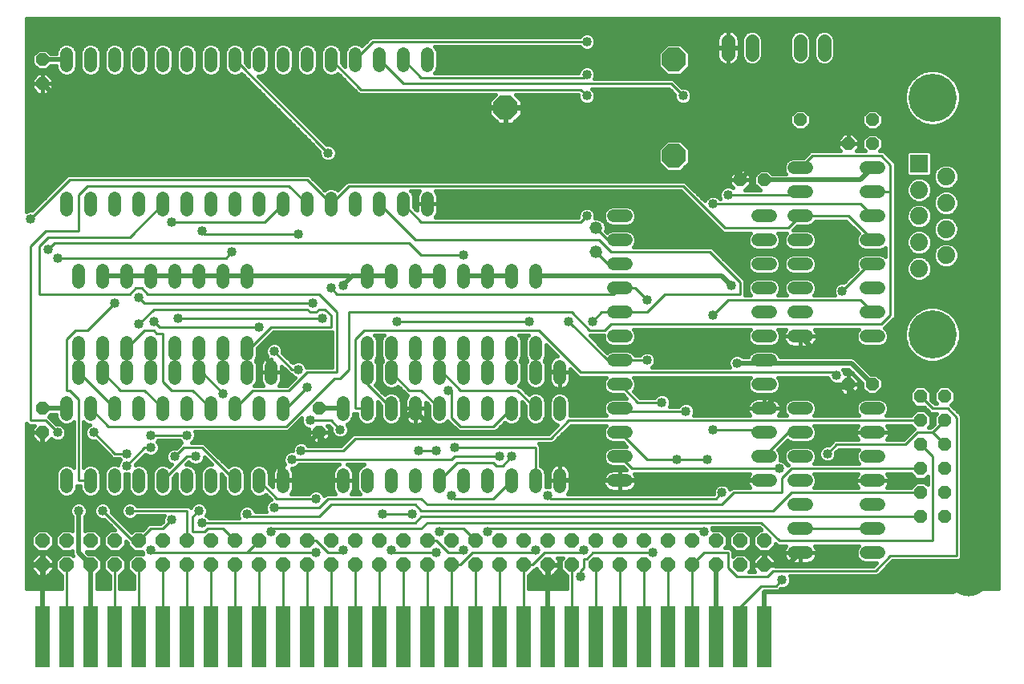
<source format=gbl>
G75*
%MOIN*%
%OFA0B0*%
%FSLAX24Y24*%
%IPPOS*%
%LPD*%
%AMOC8*
5,1,8,0,0,1.08239X$1,22.5*
%
%ADD10R,0.0600X0.2550*%
%ADD11OC8,0.0600*%
%ADD12C,0.0520*%
%ADD13C,0.0560*%
%ADD14OC8,0.1000*%
%ADD15C,0.0520*%
%ADD16R,0.0740X0.0740*%
%ADD17C,0.0740*%
%ADD18C,0.2000*%
%ADD19OC8,0.0520*%
%ADD20OC8,0.0560*%
%ADD21C,0.1650*%
%ADD22C,0.0100*%
%ADD23C,0.0400*%
%ADD24C,0.0200*%
%ADD25C,0.0160*%
D10*
X001680Y002180D03*
X002680Y002180D03*
X003680Y002180D03*
X004680Y002180D03*
X005680Y002180D03*
X006680Y002180D03*
X007680Y002180D03*
X008680Y002180D03*
X009680Y002180D03*
X010680Y002180D03*
X011680Y002180D03*
X012680Y002180D03*
X013680Y002180D03*
X014680Y002180D03*
X015680Y002180D03*
X016680Y002180D03*
X017680Y002180D03*
X018680Y002180D03*
X019680Y002180D03*
X020680Y002180D03*
X021680Y002180D03*
X022680Y002180D03*
X023680Y002180D03*
X024680Y002180D03*
X025680Y002180D03*
X026680Y002180D03*
X027680Y002180D03*
X028680Y002180D03*
X029680Y002180D03*
X030680Y002180D03*
X031680Y002180D03*
D11*
X031680Y005180D03*
X030680Y005180D03*
X030680Y006180D03*
X031680Y006180D03*
X029680Y006180D03*
X028680Y006180D03*
X027680Y006180D03*
X026680Y006180D03*
X025680Y006180D03*
X025680Y005180D03*
X026680Y005180D03*
X027680Y005180D03*
X028680Y005180D03*
X029680Y005180D03*
X024680Y005180D03*
X023680Y005180D03*
X022680Y005180D03*
X021680Y005180D03*
X021680Y006180D03*
X022680Y006180D03*
X023680Y006180D03*
X024680Y006180D03*
X020680Y006180D03*
X019680Y006180D03*
X018680Y006180D03*
X017680Y006180D03*
X016680Y006180D03*
X016680Y005180D03*
X017680Y005180D03*
X018680Y005180D03*
X019680Y005180D03*
X020680Y005180D03*
X015680Y005180D03*
X014680Y005180D03*
X013680Y005180D03*
X012680Y005180D03*
X012680Y006180D03*
X013680Y006180D03*
X014680Y006180D03*
X015680Y006180D03*
X011680Y006180D03*
X010680Y006180D03*
X009680Y006180D03*
X008680Y006180D03*
X007680Y006180D03*
X007680Y005180D03*
X008680Y005180D03*
X009680Y005180D03*
X010680Y005180D03*
X011680Y005180D03*
X006680Y005180D03*
X005680Y005180D03*
X004680Y005180D03*
X003680Y005180D03*
X003680Y006180D03*
X004680Y006180D03*
X005680Y006180D03*
X006680Y006180D03*
X002680Y006180D03*
X001680Y006180D03*
X001680Y005180D03*
X002680Y005180D03*
D12*
X002680Y008420D02*
X002680Y008940D01*
X003680Y008940D02*
X003680Y008420D01*
X004680Y008420D02*
X004680Y008940D01*
X005680Y008940D02*
X005680Y008420D01*
X006680Y008420D02*
X006680Y008940D01*
X007680Y008940D02*
X007680Y008420D01*
X008680Y008420D02*
X008680Y008940D01*
X009680Y008940D02*
X009680Y008420D01*
X010680Y008420D02*
X010680Y008940D01*
X011680Y008940D02*
X011680Y008420D01*
X014180Y008420D02*
X014180Y008940D01*
X015180Y008940D02*
X015180Y008420D01*
X016180Y008420D02*
X016180Y008940D01*
X017180Y008940D02*
X017180Y008420D01*
X018180Y008420D02*
X018180Y008940D01*
X019180Y008940D02*
X019180Y008420D01*
X020180Y008420D02*
X020180Y008940D01*
X021180Y008940D02*
X021180Y008420D01*
X022180Y008420D02*
X022180Y008940D01*
X023180Y008940D02*
X023180Y008420D01*
X025420Y008680D02*
X025940Y008680D01*
X025940Y009680D02*
X025420Y009680D01*
X025420Y010680D02*
X025940Y010680D01*
X025940Y011680D02*
X025420Y011680D01*
X025420Y012680D02*
X025940Y012680D01*
X025940Y013680D02*
X025420Y013680D01*
X025420Y014680D02*
X025940Y014680D01*
X025940Y015680D02*
X025420Y015680D01*
X025420Y016680D02*
X025940Y016680D01*
X025940Y017680D02*
X025420Y017680D01*
X025420Y018680D02*
X025940Y018680D01*
X025940Y019680D02*
X025420Y019680D01*
X022180Y017440D02*
X022180Y016920D01*
X021180Y016920D02*
X021180Y017440D01*
X020180Y017440D02*
X020180Y016920D01*
X019180Y016920D02*
X019180Y017440D01*
X018180Y017440D02*
X018180Y016920D01*
X017180Y016920D02*
X017180Y017440D01*
X016180Y017440D02*
X016180Y016920D01*
X015180Y016920D02*
X015180Y017440D01*
X014680Y019920D02*
X014680Y020440D01*
X013680Y020440D02*
X013680Y019920D01*
X012680Y019920D02*
X012680Y020440D01*
X011680Y020440D02*
X011680Y019920D01*
X010680Y019920D02*
X010680Y020440D01*
X009680Y020440D02*
X009680Y019920D01*
X008680Y019920D02*
X008680Y020440D01*
X007680Y020440D02*
X007680Y019920D01*
X006680Y019920D02*
X006680Y020440D01*
X005680Y020440D02*
X005680Y019920D01*
X004680Y019920D02*
X004680Y020440D01*
X003680Y020440D02*
X003680Y019920D01*
X002680Y019920D02*
X002680Y020440D01*
X003180Y017440D02*
X003180Y016920D01*
X004180Y016920D02*
X004180Y017440D01*
X005180Y017440D02*
X005180Y016920D01*
X006180Y016920D02*
X006180Y017440D01*
X007180Y017440D02*
X007180Y016920D01*
X008180Y016920D02*
X008180Y017440D01*
X009180Y017440D02*
X009180Y016920D01*
X010180Y016920D02*
X010180Y017440D01*
X010180Y014440D02*
X010180Y013920D01*
X010180Y013440D02*
X010180Y012920D01*
X009180Y012920D02*
X009180Y013440D01*
X009180Y013920D02*
X009180Y014440D01*
X008180Y014440D02*
X008180Y013920D01*
X008180Y013440D02*
X008180Y012920D01*
X007180Y012920D02*
X007180Y013440D01*
X007180Y013920D02*
X007180Y014440D01*
X006180Y014440D02*
X006180Y013920D01*
X006180Y013440D02*
X006180Y012920D01*
X005180Y012920D02*
X005180Y013440D01*
X005180Y013920D02*
X005180Y014440D01*
X004180Y014440D02*
X004180Y013920D01*
X004180Y013440D02*
X004180Y012920D01*
X003180Y012920D02*
X003180Y013440D01*
X003180Y013920D02*
X003180Y014440D01*
X002680Y011940D02*
X002680Y011420D01*
X003680Y011420D02*
X003680Y011940D01*
X004680Y011940D02*
X004680Y011420D01*
X005680Y011420D02*
X005680Y011940D01*
X006680Y011940D02*
X006680Y011420D01*
X007680Y011420D02*
X007680Y011940D01*
X008680Y011940D02*
X008680Y011420D01*
X009680Y011420D02*
X009680Y011940D01*
X010680Y011940D02*
X010680Y011420D01*
X011680Y011420D02*
X011680Y011940D01*
X011180Y012920D02*
X011180Y013440D01*
X014180Y011940D02*
X014180Y011420D01*
X015180Y011420D02*
X015180Y011940D01*
X016180Y011940D02*
X016180Y011420D01*
X017180Y011420D02*
X017180Y011940D01*
X018180Y011940D02*
X018180Y011420D01*
X019180Y011420D02*
X019180Y011940D01*
X020180Y011940D02*
X020180Y011420D01*
X021180Y011420D02*
X021180Y011940D01*
X022180Y011940D02*
X022180Y011420D01*
X023180Y011420D02*
X023180Y011940D01*
X023180Y012920D02*
X023180Y013440D01*
X022180Y013440D02*
X022180Y012920D01*
X021180Y012920D02*
X021180Y013440D01*
X021180Y013920D02*
X021180Y014440D01*
X022180Y014440D02*
X022180Y013920D01*
X020180Y013920D02*
X020180Y014440D01*
X019180Y014440D02*
X019180Y013920D01*
X019180Y013440D02*
X019180Y012920D01*
X018180Y012920D02*
X018180Y013440D01*
X018180Y013920D02*
X018180Y014440D01*
X017180Y014440D02*
X017180Y013920D01*
X017180Y013440D02*
X017180Y012920D01*
X016180Y012920D02*
X016180Y013440D01*
X016180Y013920D02*
X016180Y014440D01*
X015180Y014440D02*
X015180Y013920D01*
X015180Y013440D02*
X015180Y012920D01*
X020180Y012920D02*
X020180Y013440D01*
X017680Y019920D02*
X017680Y020440D01*
X016680Y020440D02*
X016680Y019920D01*
X015680Y019920D02*
X015680Y020440D01*
X015680Y025920D02*
X015680Y026440D01*
X014680Y026440D02*
X014680Y025920D01*
X013680Y025920D02*
X013680Y026440D01*
X012680Y026440D02*
X012680Y025920D01*
X011680Y025920D02*
X011680Y026440D01*
X010680Y026440D02*
X010680Y025920D01*
X009680Y025920D02*
X009680Y026440D01*
X008680Y026440D02*
X008680Y025920D01*
X007680Y025920D02*
X007680Y026440D01*
X006680Y026440D02*
X006680Y025920D01*
X005680Y025920D02*
X005680Y026440D01*
X004680Y026440D02*
X004680Y025920D01*
X003680Y025920D02*
X003680Y026440D01*
X002680Y026440D02*
X002680Y025920D01*
X016680Y025920D02*
X016680Y026440D01*
X017680Y026440D02*
X017680Y025920D01*
X031420Y019680D02*
X031940Y019680D01*
X032920Y019680D02*
X033440Y019680D01*
X033440Y020680D02*
X032920Y020680D01*
X032920Y021680D02*
X033440Y021680D01*
X035920Y021680D02*
X036440Y021680D01*
X036440Y020680D02*
X035920Y020680D01*
X035920Y019680D02*
X036440Y019680D01*
X036440Y018680D02*
X035920Y018680D01*
X035920Y017680D02*
X036440Y017680D01*
X036440Y016680D02*
X035920Y016680D01*
X035920Y015680D02*
X036440Y015680D01*
X036440Y014680D02*
X035920Y014680D01*
X033440Y014680D02*
X032920Y014680D01*
X031940Y014680D02*
X031420Y014680D01*
X031420Y013680D02*
X031940Y013680D01*
X031940Y012680D02*
X031420Y012680D01*
X031420Y011680D02*
X031940Y011680D01*
X032920Y011680D02*
X033440Y011680D01*
X033440Y010680D02*
X032920Y010680D01*
X031940Y010680D02*
X031420Y010680D01*
X031420Y009680D02*
X031940Y009680D01*
X032920Y009680D02*
X033440Y009680D01*
X033440Y008680D02*
X032920Y008680D01*
X031940Y008680D02*
X031420Y008680D01*
X032920Y007680D02*
X033440Y007680D01*
X033440Y006680D02*
X032920Y006680D01*
X032920Y005680D02*
X033440Y005680D01*
X035920Y005680D02*
X036440Y005680D01*
X036440Y006680D02*
X035920Y006680D01*
X035920Y007680D02*
X036440Y007680D01*
X036440Y008680D02*
X035920Y008680D01*
X035920Y009680D02*
X036440Y009680D01*
X036440Y010680D02*
X035920Y010680D01*
X035920Y011680D02*
X036440Y011680D01*
X033440Y015680D02*
X032920Y015680D01*
X031940Y015680D02*
X031420Y015680D01*
X031420Y016680D02*
X031940Y016680D01*
X032920Y016680D02*
X033440Y016680D01*
X033440Y017680D02*
X032920Y017680D01*
X031940Y017680D02*
X031420Y017680D01*
X031420Y018680D02*
X031940Y018680D01*
X032920Y018680D02*
X033440Y018680D01*
D13*
X033180Y026400D02*
X033180Y026960D01*
X034180Y026960D02*
X034180Y026400D01*
X031180Y026400D02*
X031180Y026960D01*
X030180Y026960D02*
X030180Y026400D01*
D14*
X027930Y026180D03*
X027930Y022180D03*
X020930Y024180D03*
D15*
X024680Y019180D03*
X024680Y018180D03*
D16*
X038121Y021861D03*
D17*
X039239Y021314D03*
X038121Y020771D03*
X039239Y020223D03*
X038121Y019680D03*
X039239Y019137D03*
X038121Y018589D03*
X039239Y018046D03*
X038121Y017499D03*
D18*
X038680Y014759D03*
X038680Y024601D03*
D19*
X036180Y023680D03*
X036180Y022680D03*
X035180Y022680D03*
X033180Y023680D03*
X031680Y021180D03*
X030680Y021180D03*
X035180Y012680D03*
X036180Y012680D03*
X013180Y011680D03*
X013180Y010680D03*
X001680Y010680D03*
X001680Y011680D03*
X001680Y025180D03*
X001680Y026180D03*
D20*
X038180Y012180D03*
X039180Y012180D03*
X039180Y011180D03*
X038180Y011180D03*
X038180Y010180D03*
X039180Y010180D03*
X039180Y009180D03*
X038180Y009180D03*
X038180Y008180D03*
X039180Y008180D03*
X039180Y007180D03*
X038180Y007180D03*
D21*
X040180Y004680D03*
X040180Y026930D03*
D22*
X036555Y022180D02*
X033680Y022180D01*
X033180Y021680D01*
X033180Y020680D02*
X033055Y020555D01*
X030180Y020555D01*
X029555Y020180D02*
X035680Y020180D01*
X036180Y019680D01*
X035180Y019680D02*
X033180Y019680D01*
X032680Y019180D01*
X030055Y019180D01*
X028305Y020930D01*
X014430Y020930D01*
X013680Y020180D01*
X012680Y021180D01*
X002805Y021180D01*
X001180Y019555D01*
X001805Y019055D02*
X001180Y018430D01*
X001180Y011180D01*
X001805Y011180D01*
X002305Y010680D01*
X003805Y010680D02*
X004680Y009805D01*
X005180Y009805D01*
X005180Y009305D02*
X005930Y010055D01*
X006180Y010055D01*
X006180Y010555D02*
X007680Y010555D01*
X007555Y010055D02*
X008305Y010055D01*
X009680Y008680D01*
X010680Y008680D02*
X011430Y007930D01*
X013055Y007930D01*
X013180Y007555D02*
X011305Y007555D01*
X011305Y006680D02*
X011180Y006555D01*
X011305Y006680D02*
X017430Y006680D01*
X017680Y006930D01*
X031555Y006930D01*
X032305Y006180D01*
X038680Y006180D01*
X038680Y009680D01*
X038180Y010180D01*
X038055Y010680D02*
X037555Y010180D01*
X034680Y010180D01*
X034305Y009805D01*
X033180Y010680D02*
X032680Y010680D01*
X031680Y009680D01*
X032305Y009180D02*
X026180Y009180D01*
X025680Y009680D01*
X025680Y010680D02*
X026805Y009555D01*
X028055Y009555D01*
X029305Y009555D01*
X029555Y010805D02*
X031555Y010805D01*
X031680Y010680D01*
X032805Y009180D02*
X032430Y008805D01*
X032430Y008180D01*
X030430Y008180D01*
X029930Y007680D01*
X017680Y007680D01*
X017430Y007930D01*
X013555Y007930D01*
X013180Y007555D01*
X013180Y007180D02*
X010305Y007180D01*
X010180Y007305D01*
X009180Y006680D02*
X009680Y006180D01*
X010180Y005680D02*
X013055Y005680D01*
X013055Y006180D02*
X012680Y006180D01*
X013055Y006180D02*
X013555Y005680D01*
X014055Y005680D01*
X014180Y005805D01*
X013680Y005180D02*
X013680Y002180D01*
X012680Y002180D02*
X012680Y005180D01*
X011680Y005180D02*
X011680Y002180D01*
X010680Y002180D02*
X010680Y005180D01*
X010180Y005680D02*
X010680Y006180D01*
X010180Y005680D02*
X006305Y005680D01*
X006180Y005805D01*
X005680Y006180D02*
X005430Y006180D01*
X004180Y007430D01*
X005305Y007430D02*
X007680Y007430D01*
X007680Y006180D01*
X007930Y006555D02*
X008430Y006555D01*
X008555Y006680D01*
X009180Y006680D01*
X008305Y006930D02*
X017180Y006930D01*
X017430Y007180D01*
X038180Y007180D01*
X038180Y008180D02*
X032805Y008180D01*
X032055Y007430D01*
X017430Y007430D01*
X017180Y007680D01*
X013680Y007680D01*
X013180Y007180D01*
X015805Y007305D02*
X017055Y007305D01*
X018180Y006555D02*
X018305Y006680D01*
X019180Y006680D01*
X019680Y006180D01*
X019555Y005680D02*
X019055Y005180D01*
X018680Y005180D01*
X018680Y002180D01*
X017680Y002180D02*
X017680Y005180D01*
X018055Y005680D02*
X016305Y005680D01*
X016180Y005805D01*
X015680Y005180D02*
X015680Y002180D01*
X014680Y002180D02*
X014680Y005180D01*
X016680Y005180D02*
X016680Y002180D01*
X019680Y002180D02*
X019680Y005180D01*
X019555Y005680D02*
X022055Y005680D01*
X022180Y005805D01*
X022555Y005680D02*
X022055Y005180D01*
X021680Y005180D01*
X021680Y002180D01*
X020680Y002180D02*
X020680Y005180D01*
X019180Y005805D02*
X019055Y005680D01*
X018555Y005680D01*
X018055Y006180D01*
X017680Y006180D01*
X020180Y006555D02*
X020305Y006680D01*
X029055Y006680D01*
X029180Y006555D01*
X029180Y005680D02*
X028680Y005180D01*
X028680Y002180D01*
X027680Y002180D02*
X027680Y005180D01*
X027055Y005680D02*
X024555Y005680D01*
X024305Y005430D01*
X024180Y005430D01*
X024180Y005055D01*
X024055Y004930D01*
X024055Y004680D01*
X023680Y005180D02*
X023680Y002180D01*
X024680Y002180D02*
X024680Y005180D01*
X024055Y005680D02*
X022555Y005680D01*
X024055Y005680D02*
X024180Y005805D01*
X025680Y005180D02*
X025680Y002180D01*
X026680Y002180D02*
X026680Y005180D01*
X029180Y005680D02*
X030180Y005680D01*
X030180Y005055D01*
X030555Y004680D01*
X031805Y004680D01*
X032055Y004930D01*
X036305Y004930D01*
X036930Y005555D01*
X039680Y005555D01*
X039680Y011305D01*
X039305Y011680D01*
X038680Y011680D01*
X038180Y012180D01*
X038180Y011180D02*
X023555Y011180D01*
X022805Y010430D01*
X014680Y010430D01*
X014180Y009930D01*
X012430Y009930D01*
X012055Y009555D02*
X018680Y009555D01*
X018805Y009680D01*
X020680Y009680D01*
X020430Y009430D02*
X020555Y009305D01*
X020805Y009305D01*
X021180Y009680D01*
X020430Y009430D02*
X018930Y009430D01*
X018180Y008680D01*
X018680Y008055D02*
X018805Y007930D01*
X020430Y007930D01*
X021180Y008680D01*
X022180Y008680D02*
X022180Y010055D01*
X018805Y010055D01*
X018055Y009930D02*
X017305Y009930D01*
X018680Y011305D02*
X018680Y012430D01*
X018555Y012430D01*
X019055Y012430D02*
X018305Y013180D01*
X018180Y013180D01*
X017430Y012430D02*
X016930Y012430D01*
X016180Y013180D01*
X015180Y013180D02*
X015180Y012680D01*
X016180Y011680D01*
X015180Y011680D02*
X014680Y011680D01*
X014680Y014555D01*
X015055Y014930D01*
X022305Y014930D01*
X024055Y013180D01*
X034555Y013180D01*
X034680Y013055D01*
X036555Y015180D02*
X036930Y015555D01*
X036930Y020680D01*
X036930Y021805D01*
X036555Y022180D01*
X036180Y020680D02*
X036930Y020680D01*
X035180Y019680D02*
X036180Y018680D01*
X036180Y017680D02*
X036055Y017680D01*
X034930Y016555D01*
X035680Y016180D02*
X036180Y015680D01*
X036555Y015180D02*
X025305Y015180D01*
X025055Y014930D01*
X024430Y014930D01*
X023680Y015680D01*
X014430Y015680D01*
X014430Y013305D01*
X014055Y012930D01*
X013805Y012930D01*
X011805Y010930D01*
X004430Y010930D01*
X003680Y011680D01*
X003180Y012055D02*
X003180Y008680D01*
X003680Y008680D01*
X006680Y008680D02*
X007680Y009680D01*
X008055Y009680D01*
X007555Y010055D02*
X007180Y009680D01*
X006680Y011680D02*
X005930Y012430D01*
X004930Y012430D01*
X004180Y013180D01*
X003180Y013180D02*
X004680Y011680D01*
X003180Y012055D02*
X002805Y012430D01*
X002680Y012430D01*
X002680Y014555D01*
X003055Y014930D01*
X003555Y014930D01*
X004680Y016055D01*
X005305Y016430D02*
X005555Y016680D01*
X005805Y016680D01*
X006055Y016430D01*
X013180Y016430D01*
X013930Y015680D01*
X013930Y013180D01*
X012680Y013180D01*
X011930Y012430D01*
X010430Y012430D01*
X009680Y011680D01*
X009180Y012305D02*
X008305Y013180D01*
X008180Y013180D01*
X007930Y012430D02*
X007055Y012430D01*
X006680Y012805D01*
X006680Y014805D01*
X006430Y014805D01*
X006305Y014930D01*
X005930Y014930D01*
X005180Y014180D01*
X005680Y015180D02*
X006305Y015805D01*
X012680Y015805D01*
X012805Y015680D01*
X013055Y015680D01*
X013180Y015805D01*
X013430Y015805D01*
X013680Y015555D01*
X013680Y015055D01*
X011180Y015055D01*
X010305Y014180D01*
X010180Y014180D01*
X010680Y015055D02*
X006555Y015055D01*
X006305Y015305D01*
X005930Y016055D02*
X012930Y016055D01*
X013305Y015430D02*
X007305Y015430D01*
X005930Y016055D02*
X005680Y016305D01*
X005305Y016430D02*
X001555Y016430D01*
X001555Y018430D01*
X001930Y018805D01*
X005305Y018805D01*
X006680Y020180D01*
X007055Y019430D02*
X010930Y019430D01*
X011680Y020180D01*
X011930Y020930D02*
X003555Y020930D01*
X003180Y020555D01*
X003180Y019055D01*
X001805Y019055D01*
X002180Y018555D02*
X016930Y018555D01*
X017430Y018055D01*
X019180Y018055D01*
X017180Y018680D02*
X024805Y018680D01*
X025305Y018180D01*
X029430Y018180D01*
X030680Y016930D01*
X030680Y016430D01*
X027555Y016430D01*
X026805Y015680D01*
X025680Y015680D01*
X024930Y015680D01*
X024555Y015305D01*
X023555Y015305D02*
X025180Y013680D01*
X025680Y013680D01*
X026805Y013680D01*
X025680Y012680D02*
X026430Y011930D01*
X027430Y011930D01*
X028430Y011555D02*
X025805Y011555D01*
X025680Y011680D01*
X022180Y011680D02*
X021430Y012430D01*
X019055Y012430D01*
X018180Y011680D02*
X017430Y012430D01*
X018680Y011305D02*
X019055Y010930D01*
X020430Y010930D01*
X021180Y011680D01*
X021930Y015305D02*
X016430Y015305D01*
X013930Y016430D02*
X025430Y016430D01*
X025680Y016680D01*
X026305Y016680D01*
X026805Y016180D01*
X025680Y017680D02*
X025180Y017680D01*
X024680Y018180D01*
X025180Y018680D02*
X025680Y018680D01*
X025180Y018680D02*
X024680Y019180D01*
X024305Y019680D02*
X024055Y019430D01*
X017430Y019430D01*
X016680Y020180D01*
X015680Y020180D02*
X017180Y018680D01*
X013930Y016430D02*
X013680Y016680D01*
X012305Y018930D02*
X008430Y018930D01*
X008305Y019055D01*
X009305Y017930D02*
X009555Y018180D01*
X009305Y017930D02*
X002305Y017930D01*
X001930Y018305D02*
X002180Y018555D01*
X011305Y014055D02*
X012055Y013305D01*
X012305Y013305D01*
X012680Y012555D02*
X011805Y011680D01*
X011680Y011680D01*
X012805Y011180D02*
X013680Y011180D01*
X014055Y010805D01*
X008680Y011680D02*
X007930Y012430D01*
X008180Y007430D02*
X007930Y007180D01*
X007930Y006555D01*
X007055Y007055D02*
X006680Y006680D01*
X006180Y006680D01*
X005680Y006180D01*
X005680Y005180D02*
X005680Y002180D01*
X004680Y002180D02*
X004680Y005180D01*
X006680Y005180D02*
X006680Y002180D01*
X007680Y002180D02*
X007680Y005180D01*
X008680Y005180D02*
X008680Y002180D01*
X009680Y002180D02*
X009680Y005180D01*
X002680Y005180D02*
X002680Y002180D01*
X022680Y008055D02*
X022805Y007930D01*
X029680Y007930D01*
X029930Y008180D01*
X032805Y009180D02*
X038180Y009180D01*
X039180Y010180D02*
X038680Y010680D01*
X039180Y011180D01*
X038680Y010680D02*
X038055Y010680D01*
X036180Y006680D02*
X033180Y006680D01*
X032430Y004555D02*
X032180Y004305D01*
X031555Y004305D01*
X030680Y003430D01*
X030680Y002180D01*
X029555Y015555D02*
X030180Y016180D01*
X035680Y016180D01*
X028305Y024680D02*
X027805Y025180D01*
X016680Y025180D01*
X015680Y026180D01*
X015430Y026930D02*
X024305Y026930D01*
X024305Y025555D02*
X024180Y025430D01*
X017430Y025430D01*
X016680Y026180D01*
X015430Y026930D02*
X014680Y026180D01*
X013680Y026180D02*
X014930Y024930D01*
X024055Y024930D01*
X024305Y024680D01*
X013555Y022305D02*
X009680Y026180D01*
X011930Y020930D02*
X012680Y020180D01*
D23*
X013180Y021180D03*
X013555Y022305D03*
X012305Y018930D03*
X009555Y018180D03*
X008305Y019055D03*
X007055Y019430D03*
X002305Y017930D03*
X001930Y018305D03*
X001180Y019555D03*
X005680Y016305D03*
X004680Y016055D03*
X005680Y015180D03*
X006305Y015305D03*
X007305Y015430D03*
X010680Y015055D03*
X011305Y014055D03*
X012555Y014680D03*
X013305Y015430D03*
X012930Y016055D03*
X013680Y016680D03*
X014180Y016805D03*
X016430Y015305D03*
X012305Y013305D03*
X012680Y012555D03*
X012805Y011180D03*
X014055Y010805D03*
X012430Y009930D03*
X012055Y009555D03*
X013055Y007930D03*
X011305Y007555D03*
X011180Y006555D03*
X010180Y007305D03*
X008305Y006930D03*
X008180Y007430D03*
X007055Y007055D03*
X006180Y005805D03*
X005305Y007430D03*
X004180Y007430D03*
X003180Y007430D03*
X005180Y009305D03*
X005180Y009805D03*
X006180Y010055D03*
X006180Y010555D03*
X007180Y009680D03*
X008055Y009680D03*
X007680Y010555D03*
X009180Y012305D03*
X003805Y010680D03*
X002305Y010680D03*
X013055Y005680D03*
X014180Y005805D03*
X016180Y005805D03*
X015805Y007305D03*
X017055Y007305D03*
X018180Y006555D03*
X018055Y005680D03*
X019180Y005805D03*
X020180Y006555D03*
X018680Y008055D03*
X020680Y009680D03*
X021180Y009680D03*
X022680Y008055D03*
X022180Y005805D03*
X024180Y005805D03*
X024055Y004680D03*
X027055Y005680D03*
X029180Y006555D03*
X029930Y008180D03*
X029305Y009555D03*
X028055Y009555D03*
X029555Y010805D03*
X028430Y011555D03*
X027430Y011930D03*
X026805Y013680D03*
X024555Y015305D03*
X023555Y015305D03*
X021930Y015305D03*
X019180Y018055D03*
X024305Y019680D03*
X026805Y016180D03*
X029555Y015555D03*
X030305Y016805D03*
X034930Y016555D03*
X030555Y013555D03*
X034680Y013055D03*
X034305Y009805D03*
X032305Y009180D03*
X032430Y004555D03*
X018805Y010055D03*
X018055Y009930D03*
X017305Y009930D03*
X018555Y012430D03*
X029555Y020180D03*
X030180Y020555D03*
X028305Y024680D03*
X024305Y024680D03*
X024305Y025555D03*
X024305Y026930D03*
D24*
X020930Y024180D02*
X027805Y024180D01*
X030680Y021305D01*
X030680Y021180D01*
X032180Y022680D01*
X034555Y022680D01*
X037680Y025805D01*
X039055Y025805D01*
X040180Y026930D01*
X035180Y022680D02*
X034555Y022680D01*
X035680Y021180D02*
X036180Y021680D01*
X035680Y021180D02*
X031680Y021180D01*
X029930Y017180D02*
X022180Y017180D01*
X021180Y017180D02*
X020180Y017180D01*
X019180Y017180D01*
X018180Y017180D02*
X017180Y017180D01*
X016180Y017180D02*
X015180Y017180D01*
X014555Y017180D01*
X014493Y017118D01*
X014430Y017180D01*
X010180Y017180D01*
X009180Y017180D01*
X008180Y017180D01*
X007180Y017180D01*
X006180Y017180D01*
X005180Y017180D01*
X004180Y017180D01*
X010805Y014305D02*
X010805Y013930D01*
X011180Y013555D01*
X011180Y013180D01*
X010930Y014305D02*
X010805Y014305D01*
X010930Y014305D02*
X011305Y014680D01*
X012555Y014680D01*
X014180Y016805D02*
X014493Y017118D01*
X013180Y021180D02*
X013368Y021368D01*
X013305Y021430D01*
X005430Y021430D01*
X001680Y025180D01*
X001680Y026180D02*
X002680Y026180D01*
X013368Y021368D02*
X016180Y024180D01*
X020930Y024180D01*
X029930Y017180D02*
X030305Y016805D01*
X033180Y014680D02*
X033680Y014180D01*
X036680Y014180D01*
X036680Y012555D01*
X036305Y012180D01*
X035555Y012180D01*
X035180Y012555D01*
X035180Y012680D01*
X035055Y012555D01*
X032555Y012555D01*
X031680Y011680D01*
X031680Y013555D02*
X030555Y013555D01*
X031680Y013555D02*
X031680Y013680D01*
X031805Y013555D01*
X035305Y013555D01*
X036180Y012680D01*
X031680Y008680D02*
X025680Y008680D01*
X023180Y008680D01*
X022180Y010680D02*
X022680Y011180D01*
X022680Y013180D01*
X023180Y013180D01*
X022180Y010680D02*
X018055Y010680D01*
X017180Y011555D01*
X017180Y011680D01*
X016180Y010680D01*
X014555Y010680D01*
X014180Y010305D01*
X013430Y010305D01*
X013180Y010555D01*
X013180Y010680D01*
X012930Y010430D01*
X012305Y010430D01*
X011555Y009680D01*
X011555Y009430D01*
X010180Y009430D01*
X010180Y008180D01*
X009930Y007930D01*
X001680Y007930D01*
X001680Y010680D01*
X001680Y011680D02*
X002680Y011680D01*
X001680Y007930D02*
X001680Y006680D01*
X001430Y006680D01*
X001180Y006430D01*
X001180Y005180D01*
X001680Y005180D01*
X001680Y002180D01*
X003680Y002180D02*
X003680Y005180D01*
X003180Y005680D01*
X003180Y007430D01*
X011555Y008680D02*
X011680Y008680D01*
X014180Y008680D01*
X011555Y008680D02*
X011555Y009430D01*
X013180Y011680D02*
X014180Y011680D01*
X022680Y005180D02*
X022680Y002180D01*
X029680Y002180D02*
X029680Y005180D01*
X031680Y005180D02*
X032680Y005180D01*
X033180Y005680D01*
X031680Y004055D02*
X039555Y004055D01*
X040180Y004680D01*
X031680Y004055D02*
X031680Y002180D01*
D25*
X032352Y004180D02*
X032367Y004195D01*
X032502Y004195D01*
X032634Y004250D01*
X032735Y004351D01*
X032790Y004483D01*
X032790Y004627D01*
X032751Y004720D01*
X036392Y004720D01*
X036515Y004843D01*
X037017Y005345D01*
X039767Y005345D01*
X039890Y005468D01*
X039890Y011392D01*
X039767Y011515D01*
X039452Y011830D01*
X039620Y011998D01*
X039620Y012362D01*
X039362Y012620D01*
X038998Y012620D01*
X038740Y012362D01*
X038740Y011998D01*
X038848Y011890D01*
X038767Y011890D01*
X038620Y012037D01*
X038620Y012362D01*
X038362Y012620D01*
X037998Y012620D01*
X037740Y012362D01*
X037740Y011998D01*
X037998Y011740D01*
X038323Y011740D01*
X038470Y011593D01*
X038593Y011470D01*
X038848Y011470D01*
X038740Y011362D01*
X038740Y011037D01*
X038593Y010890D01*
X038512Y010890D01*
X038620Y010998D01*
X038620Y011362D01*
X038362Y011620D01*
X037998Y011620D01*
X037768Y011390D01*
X036744Y011390D01*
X036796Y011442D01*
X036860Y011596D01*
X036860Y011764D01*
X036796Y011918D01*
X036678Y012036D01*
X036524Y012100D01*
X035836Y012100D01*
X035682Y012036D01*
X035564Y011918D01*
X035500Y011764D01*
X035500Y011596D01*
X035564Y011442D01*
X035616Y011390D01*
X033744Y011390D01*
X033796Y011442D01*
X033860Y011596D01*
X033860Y011764D01*
X033796Y011918D01*
X033678Y012036D01*
X033524Y012100D01*
X032836Y012100D01*
X032682Y012036D01*
X032564Y011918D01*
X032500Y011764D01*
X032500Y011596D01*
X032564Y011442D01*
X032616Y011390D01*
X032272Y011390D01*
X032276Y011393D01*
X032316Y011449D01*
X032348Y011511D01*
X032369Y011577D01*
X032380Y011645D01*
X032380Y011680D01*
X032380Y011715D01*
X032369Y011783D01*
X032348Y011849D01*
X032316Y011911D01*
X032276Y011967D01*
X032227Y012016D01*
X032171Y012056D01*
X032109Y012088D01*
X032043Y012109D01*
X031975Y012120D01*
X031680Y012120D01*
X031680Y011680D01*
X031680Y011680D01*
X032380Y011680D01*
X031680Y011680D01*
X031680Y011680D01*
X031680Y011680D01*
X030980Y011680D01*
X030980Y011715D01*
X030991Y011783D01*
X031012Y011849D01*
X031044Y011911D01*
X031084Y011967D01*
X031133Y012016D01*
X031189Y012056D01*
X031251Y012088D01*
X031317Y012109D01*
X031385Y012120D01*
X031680Y012120D01*
X031680Y011680D01*
X030980Y011680D01*
X030980Y011645D01*
X030991Y011577D01*
X031012Y011511D01*
X031044Y011449D01*
X031084Y011393D01*
X031088Y011390D01*
X028751Y011390D01*
X028790Y011483D01*
X028790Y011627D01*
X028735Y011759D01*
X028634Y011860D01*
X028502Y011915D01*
X028358Y011915D01*
X028226Y011860D01*
X028131Y011765D01*
X027751Y011765D01*
X027790Y011858D01*
X027790Y012002D01*
X027735Y012134D01*
X027634Y012235D01*
X027502Y012290D01*
X027358Y012290D01*
X027226Y012235D01*
X027131Y012140D01*
X026517Y012140D01*
X026255Y012402D01*
X026296Y012442D01*
X026360Y012596D01*
X026360Y012764D01*
X026296Y012918D01*
X026244Y012970D01*
X031116Y012970D01*
X031064Y012918D01*
X031000Y012764D01*
X031000Y012596D01*
X031064Y012442D01*
X031182Y012324D01*
X031336Y012260D01*
X032024Y012260D01*
X032178Y012324D01*
X032296Y012442D01*
X032360Y012596D01*
X032360Y012764D01*
X032296Y012918D01*
X032244Y012970D01*
X034326Y012970D01*
X034375Y012851D01*
X034476Y012750D01*
X034608Y012695D01*
X034740Y012695D01*
X034740Y012680D01*
X035180Y012680D01*
X035180Y012680D01*
X035180Y013120D01*
X035362Y013120D01*
X035620Y012862D01*
X035620Y012680D01*
X035180Y012680D01*
X035180Y012680D01*
X035180Y013120D01*
X035040Y013120D01*
X035040Y013127D01*
X034985Y013259D01*
X034949Y013295D01*
X035197Y013295D01*
X035760Y012732D01*
X035760Y012506D01*
X036006Y012260D01*
X036354Y012260D01*
X036600Y012506D01*
X036600Y012854D01*
X036354Y013100D01*
X036128Y013100D01*
X035452Y013775D01*
X035357Y013815D01*
X032339Y013815D01*
X032296Y013918D01*
X032178Y014036D01*
X032024Y014100D01*
X031336Y014100D01*
X031182Y014036D01*
X031064Y013918D01*
X031021Y013815D01*
X030804Y013815D01*
X030759Y013860D01*
X030627Y013915D01*
X030483Y013915D01*
X030351Y013860D01*
X030250Y013759D01*
X030195Y013627D01*
X030195Y013483D01*
X030234Y013390D01*
X027024Y013390D01*
X027110Y013476D01*
X027165Y013608D01*
X027165Y013752D01*
X027110Y013884D01*
X027009Y013985D01*
X026877Y014040D01*
X026733Y014040D01*
X026601Y013985D01*
X026506Y013890D01*
X026308Y013890D01*
X026296Y013918D01*
X026178Y014036D01*
X026024Y014100D01*
X025336Y014100D01*
X025182Y014036D01*
X025152Y014005D01*
X024437Y014720D01*
X025000Y014720D01*
X025000Y014596D01*
X025064Y014442D01*
X025182Y014324D01*
X025336Y014260D01*
X026024Y014260D01*
X026178Y014324D01*
X026296Y014442D01*
X026360Y014596D01*
X026360Y014764D01*
X026296Y014918D01*
X026244Y014970D01*
X031116Y014970D01*
X031064Y014918D01*
X031000Y014764D01*
X031000Y014596D01*
X031064Y014442D01*
X031182Y014324D01*
X031336Y014260D01*
X032024Y014260D01*
X032178Y014324D01*
X032296Y014442D01*
X032360Y014596D01*
X032360Y014764D01*
X032296Y014918D01*
X032244Y014970D01*
X032588Y014970D01*
X032584Y014967D01*
X032544Y014911D01*
X032512Y014849D01*
X032491Y014783D01*
X032480Y014715D01*
X032480Y014680D01*
X033180Y014680D01*
X033880Y014680D01*
X033880Y014715D01*
X033869Y014783D01*
X033848Y014849D01*
X033816Y014911D01*
X033776Y014967D01*
X033772Y014970D01*
X035616Y014970D01*
X035564Y014918D01*
X035500Y014764D01*
X035500Y014596D01*
X035564Y014442D01*
X035682Y014324D01*
X035836Y014260D01*
X036524Y014260D01*
X036678Y014324D01*
X036796Y014442D01*
X036860Y014596D01*
X036860Y014764D01*
X036796Y014918D01*
X036693Y015021D01*
X037017Y015345D01*
X037140Y015468D01*
X037140Y021892D01*
X037017Y022015D01*
X036642Y022390D01*
X036484Y022390D01*
X036600Y022506D01*
X036600Y022854D01*
X036354Y023100D01*
X036006Y023100D01*
X035760Y022854D01*
X035760Y022506D01*
X035876Y022390D01*
X035512Y022390D01*
X035620Y022498D01*
X035620Y022680D01*
X035620Y022862D01*
X035362Y023120D01*
X035180Y023120D01*
X035180Y022680D01*
X035180Y022680D01*
X035620Y022680D01*
X035180Y022680D01*
X035180Y022680D01*
X035180Y022680D01*
X034740Y022680D01*
X034740Y022862D01*
X034998Y023120D01*
X035180Y023120D01*
X035180Y022680D01*
X034740Y022680D01*
X034740Y022498D01*
X034848Y022390D01*
X033593Y022390D01*
X033470Y022267D01*
X033470Y022267D01*
X033303Y022100D01*
X032836Y022100D01*
X032682Y022036D01*
X032564Y021918D01*
X032500Y021764D01*
X032500Y021596D01*
X032564Y021442D01*
X032566Y021440D01*
X032014Y021440D01*
X031854Y021600D01*
X031506Y021600D01*
X031260Y021354D01*
X031260Y021006D01*
X031501Y020765D01*
X030887Y020765D01*
X031120Y020998D01*
X031120Y021180D01*
X031120Y021362D01*
X030862Y021620D01*
X030680Y021620D01*
X030680Y021180D01*
X030680Y021180D01*
X031120Y021180D01*
X030680Y021180D01*
X030680Y021180D01*
X030680Y021180D01*
X030240Y021180D01*
X030240Y021362D01*
X030498Y021620D01*
X030680Y021620D01*
X030680Y021180D01*
X030240Y021180D01*
X030240Y020998D01*
X030373Y020865D01*
X030252Y020915D01*
X030108Y020915D01*
X029976Y020860D01*
X029875Y020759D01*
X029820Y020627D01*
X029820Y020483D01*
X029859Y020390D01*
X029854Y020390D01*
X029759Y020485D01*
X029627Y020540D01*
X029483Y020540D01*
X029351Y020485D01*
X029250Y020384D01*
X029220Y020312D01*
X028392Y021140D01*
X014343Y021140D01*
X014220Y021017D01*
X014220Y021017D01*
X013958Y020755D01*
X013918Y020796D01*
X013764Y020860D01*
X013596Y020860D01*
X013442Y020796D01*
X013402Y020755D01*
X012767Y021390D01*
X002718Y021390D01*
X002595Y021267D01*
X001243Y019915D01*
X001108Y019915D01*
X001010Y019874D01*
X001010Y027900D01*
X041400Y027900D01*
X041400Y004180D01*
X032352Y004180D01*
X032661Y004277D02*
X041400Y004277D01*
X041400Y004435D02*
X032770Y004435D01*
X032790Y004594D02*
X041400Y004594D01*
X041400Y004752D02*
X036424Y004752D01*
X036582Y004911D02*
X041400Y004911D01*
X041400Y005069D02*
X036741Y005069D01*
X036899Y005228D02*
X041400Y005228D01*
X041400Y005386D02*
X039808Y005386D01*
X039890Y005545D02*
X041400Y005545D01*
X041400Y005703D02*
X039890Y005703D01*
X039890Y005862D02*
X041400Y005862D01*
X041400Y006020D02*
X039890Y006020D01*
X039890Y006179D02*
X041400Y006179D01*
X041400Y006337D02*
X039890Y006337D01*
X039890Y006496D02*
X041400Y006496D01*
X041400Y006654D02*
X039890Y006654D01*
X039890Y006813D02*
X041400Y006813D01*
X041400Y006971D02*
X039890Y006971D01*
X039890Y007130D02*
X041400Y007130D01*
X041400Y007288D02*
X039890Y007288D01*
X039890Y007447D02*
X041400Y007447D01*
X041400Y007605D02*
X039890Y007605D01*
X039890Y007764D02*
X041400Y007764D01*
X041400Y007922D02*
X039890Y007922D01*
X039890Y008081D02*
X041400Y008081D01*
X041400Y008239D02*
X039890Y008239D01*
X039890Y008398D02*
X041400Y008398D01*
X041400Y008556D02*
X039890Y008556D01*
X039890Y008715D02*
X041400Y008715D01*
X041400Y008873D02*
X039890Y008873D01*
X039890Y009032D02*
X041400Y009032D01*
X041400Y009190D02*
X039890Y009190D01*
X039890Y009349D02*
X041400Y009349D01*
X041400Y009507D02*
X039890Y009507D01*
X039890Y009666D02*
X041400Y009666D01*
X041400Y009824D02*
X039890Y009824D01*
X039890Y009983D02*
X041400Y009983D01*
X041400Y010141D02*
X039890Y010141D01*
X039890Y010300D02*
X041400Y010300D01*
X041400Y010458D02*
X039890Y010458D01*
X039890Y010617D02*
X041400Y010617D01*
X041400Y010775D02*
X039890Y010775D01*
X039890Y010934D02*
X041400Y010934D01*
X041400Y011092D02*
X039890Y011092D01*
X039890Y011251D02*
X041400Y011251D01*
X041400Y011409D02*
X039873Y011409D01*
X039714Y011568D02*
X041400Y011568D01*
X041400Y011726D02*
X039556Y011726D01*
X039507Y011885D02*
X041400Y011885D01*
X041400Y012043D02*
X039620Y012043D01*
X039620Y012202D02*
X041400Y012202D01*
X041400Y012360D02*
X039620Y012360D01*
X039464Y012519D02*
X041400Y012519D01*
X041400Y012677D02*
X036600Y012677D01*
X036600Y012519D02*
X037896Y012519D01*
X037740Y012360D02*
X036454Y012360D01*
X036661Y012043D02*
X037740Y012043D01*
X037740Y012202D02*
X027668Y012202D01*
X027773Y012043D02*
X031171Y012043D01*
X031030Y011885D02*
X028575Y011885D01*
X028749Y011726D02*
X030982Y011726D01*
X030994Y011568D02*
X028790Y011568D01*
X028759Y011409D02*
X031073Y011409D01*
X031680Y011726D02*
X031680Y011726D01*
X031680Y011885D02*
X031680Y011885D01*
X031680Y012043D02*
X031680Y012043D01*
X032189Y012043D02*
X032699Y012043D01*
X032550Y011885D02*
X032330Y011885D01*
X032378Y011726D02*
X032500Y011726D01*
X032512Y011568D02*
X032366Y011568D01*
X032287Y011409D02*
X032597Y011409D01*
X033763Y011409D02*
X035597Y011409D01*
X035512Y011568D02*
X033848Y011568D01*
X033860Y011726D02*
X035500Y011726D01*
X035550Y011885D02*
X033810Y011885D01*
X033661Y012043D02*
X035699Y012043D01*
X035906Y012360D02*
X035482Y012360D01*
X035362Y012240D02*
X035620Y012498D01*
X035620Y012680D01*
X035180Y012680D01*
X035180Y012240D01*
X035362Y012240D01*
X035180Y012240D02*
X035180Y012680D01*
X035180Y012680D01*
X035180Y012680D01*
X034740Y012680D01*
X034740Y012498D01*
X034998Y012240D01*
X035180Y012240D01*
X035180Y012360D02*
X035180Y012360D01*
X035180Y012519D02*
X035180Y012519D01*
X035180Y012677D02*
X035180Y012677D01*
X035180Y012836D02*
X035180Y012836D01*
X035180Y012994D02*
X035180Y012994D01*
X035029Y013153D02*
X035340Y013153D01*
X035488Y012994D02*
X035498Y012994D01*
X035620Y012836D02*
X035657Y012836D01*
X035620Y012677D02*
X035760Y012677D01*
X035760Y012519D02*
X035620Y012519D01*
X036460Y012994D02*
X041400Y012994D01*
X041400Y012836D02*
X036600Y012836D01*
X036075Y013153D02*
X041400Y013153D01*
X041400Y013311D02*
X035917Y013311D01*
X035758Y013470D02*
X041400Y013470D01*
X041400Y013628D02*
X038942Y013628D01*
X038833Y013599D02*
X039128Y013678D01*
X039392Y013831D01*
X039608Y014046D01*
X039761Y014311D01*
X039840Y014606D01*
X039840Y014911D01*
X039761Y015206D01*
X039608Y015471D01*
X039392Y015687D01*
X039128Y015840D01*
X038833Y015919D01*
X038527Y015919D01*
X038232Y015840D01*
X037968Y015687D01*
X037752Y015471D01*
X037599Y015206D01*
X037520Y014911D01*
X037520Y014606D01*
X037599Y014311D01*
X037752Y014046D01*
X037968Y013831D01*
X038232Y013678D01*
X038527Y013599D01*
X038833Y013599D01*
X038418Y013628D02*
X035600Y013628D01*
X035425Y013787D02*
X038044Y013787D01*
X037853Y013945D02*
X032269Y013945D01*
X032028Y014262D02*
X032783Y014262D01*
X032751Y014272D02*
X032817Y014251D01*
X032885Y014240D01*
X033180Y014240D01*
X033475Y014240D01*
X033543Y014251D01*
X033609Y014272D01*
X033671Y014304D01*
X033727Y014344D01*
X033776Y014393D01*
X033816Y014449D01*
X033848Y014511D01*
X033869Y014577D01*
X033880Y014645D01*
X033880Y014680D01*
X033180Y014680D01*
X033180Y014680D01*
X033180Y014240D01*
X033180Y014680D01*
X033180Y014680D01*
X033180Y014680D01*
X032480Y014680D01*
X032480Y014645D01*
X032491Y014577D01*
X032512Y014511D01*
X032544Y014449D01*
X032584Y014393D01*
X032633Y014344D01*
X032689Y014304D01*
X032751Y014272D01*
X032565Y014421D02*
X032274Y014421D01*
X032353Y014579D02*
X032491Y014579D01*
X032484Y014738D02*
X032360Y014738D01*
X032305Y014896D02*
X032536Y014896D01*
X033180Y014579D02*
X033180Y014579D01*
X033180Y014421D02*
X033180Y014421D01*
X033180Y014262D02*
X033180Y014262D01*
X033577Y014262D02*
X035832Y014262D01*
X035586Y014421D02*
X033795Y014421D01*
X033869Y014579D02*
X035507Y014579D01*
X035500Y014738D02*
X033876Y014738D01*
X033824Y014896D02*
X035555Y014896D01*
X036528Y014262D02*
X037627Y014262D01*
X037570Y014421D02*
X036774Y014421D01*
X036853Y014579D02*
X037527Y014579D01*
X037520Y014738D02*
X036860Y014738D01*
X036805Y014896D02*
X037520Y014896D01*
X037558Y015055D02*
X036727Y015055D01*
X036885Y015213D02*
X037603Y015213D01*
X037694Y015372D02*
X037044Y015372D01*
X037140Y015530D02*
X037811Y015530D01*
X037970Y015689D02*
X037140Y015689D01*
X037140Y015847D02*
X038260Y015847D01*
X039100Y015847D02*
X041400Y015847D01*
X041400Y015689D02*
X039390Y015689D01*
X039549Y015530D02*
X041400Y015530D01*
X041400Y015372D02*
X039666Y015372D01*
X039757Y015213D02*
X041400Y015213D01*
X041400Y015055D02*
X039802Y015055D01*
X039840Y014896D02*
X041400Y014896D01*
X041400Y014738D02*
X039840Y014738D01*
X039833Y014579D02*
X041400Y014579D01*
X041400Y014421D02*
X039790Y014421D01*
X039733Y014262D02*
X041400Y014262D01*
X041400Y014104D02*
X039641Y014104D01*
X039507Y013945D02*
X041400Y013945D01*
X041400Y013787D02*
X039316Y013787D01*
X038896Y012519D02*
X038464Y012519D01*
X038620Y012360D02*
X038740Y012360D01*
X038740Y012202D02*
X038620Y012202D01*
X038620Y012043D02*
X038740Y012043D01*
X038337Y011726D02*
X036860Y011726D01*
X036848Y011568D02*
X037945Y011568D01*
X037787Y011409D02*
X036763Y011409D01*
X036810Y011885D02*
X037853Y011885D01*
X038415Y011568D02*
X038495Y011568D01*
X038573Y011409D02*
X038787Y011409D01*
X038740Y011251D02*
X038620Y011251D01*
X038620Y011092D02*
X038740Y011092D01*
X038637Y010934D02*
X038556Y010934D01*
X037908Y010830D02*
X037845Y010767D01*
X037468Y010390D01*
X036772Y010390D01*
X036776Y010393D01*
X036816Y010449D01*
X036848Y010511D01*
X036869Y010577D01*
X036880Y010645D01*
X036880Y010680D01*
X036880Y010715D01*
X036869Y010783D01*
X036848Y010849D01*
X036816Y010911D01*
X036776Y010967D01*
X036772Y010970D01*
X037768Y010970D01*
X037908Y010830D01*
X037853Y010775D02*
X036870Y010775D01*
X036880Y010680D02*
X036180Y010680D01*
X036180Y010680D01*
X036880Y010680D01*
X036875Y010617D02*
X037695Y010617D01*
X037536Y010458D02*
X036821Y010458D01*
X036180Y010680D02*
X035480Y010680D01*
X036180Y010680D01*
X036180Y010680D01*
X035588Y010390D02*
X034593Y010390D01*
X034470Y010267D01*
X034368Y010165D01*
X034233Y010165D01*
X034101Y010110D01*
X034000Y010009D01*
X033945Y009877D01*
X033945Y009733D01*
X034000Y009601D01*
X034101Y009500D01*
X034233Y009445D01*
X034377Y009445D01*
X034509Y009500D01*
X034610Y009601D01*
X034665Y009733D01*
X034665Y009868D01*
X034767Y009970D01*
X035616Y009970D01*
X035564Y009918D01*
X035500Y009764D01*
X035500Y009596D01*
X035564Y009442D01*
X035616Y009390D01*
X033744Y009390D01*
X033796Y009442D01*
X033860Y009596D01*
X033860Y009764D01*
X033796Y009918D01*
X033678Y010036D01*
X033524Y010100D01*
X032836Y010100D01*
X032682Y010036D01*
X032564Y009918D01*
X032500Y009764D01*
X032500Y009596D01*
X032564Y009442D01*
X032667Y009339D01*
X032640Y009312D01*
X032610Y009384D01*
X032509Y009485D01*
X032377Y009540D01*
X032337Y009540D01*
X032360Y009596D01*
X032360Y009764D01*
X032296Y009918D01*
X032255Y009958D01*
X032652Y010355D01*
X032682Y010324D01*
X032836Y010260D01*
X033524Y010260D01*
X033678Y010324D01*
X033796Y010442D01*
X033860Y010596D01*
X033860Y010764D01*
X033796Y010918D01*
X033744Y010970D01*
X035588Y010970D01*
X035584Y010967D01*
X035544Y010911D01*
X035512Y010849D01*
X035491Y010783D01*
X035480Y010715D01*
X035480Y010680D01*
X035480Y010645D01*
X035491Y010577D01*
X035512Y010511D01*
X035544Y010449D01*
X035584Y010393D01*
X035588Y010390D01*
X035539Y010458D02*
X033803Y010458D01*
X033860Y010617D02*
X035485Y010617D01*
X035490Y010775D02*
X033855Y010775D01*
X033780Y010934D02*
X035560Y010934D01*
X034503Y010300D02*
X033619Y010300D01*
X033731Y009983D02*
X033989Y009983D01*
X033945Y009824D02*
X033835Y009824D01*
X033860Y009666D02*
X033973Y009666D01*
X034094Y009507D02*
X033823Y009507D01*
X034516Y009507D02*
X035537Y009507D01*
X035500Y009666D02*
X034637Y009666D01*
X034665Y009824D02*
X035525Y009824D01*
X035588Y008970D02*
X035584Y008967D01*
X035544Y008911D01*
X035512Y008849D01*
X035491Y008783D01*
X035480Y008715D01*
X035480Y008680D01*
X036180Y008680D01*
X036880Y008680D01*
X036880Y008715D01*
X036869Y008783D01*
X036848Y008849D01*
X036816Y008911D01*
X036776Y008967D01*
X036772Y008970D01*
X037768Y008970D01*
X037998Y008740D01*
X038362Y008740D01*
X038470Y008848D01*
X038470Y008512D01*
X038362Y008620D01*
X037998Y008620D01*
X037768Y008390D01*
X036772Y008390D01*
X036776Y008393D01*
X036816Y008449D01*
X036848Y008511D01*
X036869Y008577D01*
X036880Y008645D01*
X036880Y008680D01*
X036180Y008680D01*
X036180Y008680D01*
X036180Y008680D01*
X035480Y008680D01*
X035480Y008645D01*
X035491Y008577D01*
X035512Y008511D01*
X035544Y008449D01*
X035584Y008393D01*
X035588Y008390D01*
X033744Y008390D01*
X033796Y008442D01*
X033860Y008596D01*
X033860Y008764D01*
X033796Y008918D01*
X033744Y008970D01*
X035588Y008970D01*
X035525Y008873D02*
X033815Y008873D01*
X033860Y008715D02*
X035480Y008715D01*
X035498Y008556D02*
X033843Y008556D01*
X033751Y008398D02*
X035581Y008398D01*
X036779Y008398D02*
X037775Y008398D01*
X037934Y008556D02*
X036862Y008556D01*
X036880Y008715D02*
X038470Y008715D01*
X038470Y008556D02*
X038426Y008556D01*
X037865Y008873D02*
X036835Y008873D01*
X034175Y010141D02*
X032438Y010141D01*
X032279Y009983D02*
X032629Y009983D01*
X032525Y009824D02*
X032335Y009824D01*
X032360Y009666D02*
X032500Y009666D01*
X032537Y009507D02*
X032456Y009507D01*
X032625Y009349D02*
X032658Y009349D01*
X031680Y008680D02*
X031680Y008680D01*
X030980Y008680D01*
X030980Y008715D01*
X030991Y008783D01*
X031012Y008849D01*
X031044Y008911D01*
X031084Y008967D01*
X031088Y008970D01*
X026272Y008970D01*
X026276Y008967D01*
X026316Y008911D01*
X026348Y008849D01*
X026369Y008783D01*
X026380Y008715D01*
X026380Y008680D01*
X025680Y008680D01*
X025680Y008680D01*
X025680Y008680D01*
X025680Y009120D01*
X025943Y009120D01*
X025803Y009260D01*
X025336Y009260D01*
X025182Y009324D01*
X025064Y009442D01*
X025000Y009596D01*
X025000Y009764D01*
X025064Y009918D01*
X025182Y010036D01*
X025336Y010100D01*
X025963Y010100D01*
X025803Y010260D01*
X025336Y010260D01*
X025182Y010324D01*
X025064Y010442D01*
X025000Y010596D01*
X025000Y010764D01*
X025064Y010918D01*
X025116Y010970D01*
X023642Y010970D01*
X023015Y010343D01*
X022892Y010220D01*
X022312Y010220D01*
X022390Y010142D01*
X022390Y009308D01*
X022418Y009296D01*
X022536Y009178D01*
X022600Y009024D01*
X022600Y008412D01*
X022608Y008415D01*
X022740Y008415D01*
X022740Y008680D01*
X023180Y008680D01*
X023180Y008680D01*
X023180Y009380D01*
X023215Y009380D01*
X023283Y009369D01*
X023349Y009348D01*
X023411Y009316D01*
X023467Y009276D01*
X023516Y009227D01*
X023556Y009171D01*
X023588Y009109D01*
X023609Y009043D01*
X023620Y008975D01*
X023620Y008680D01*
X023180Y008680D01*
X023180Y008680D01*
X023180Y008680D01*
X023180Y009380D01*
X023145Y009380D01*
X023077Y009369D01*
X023011Y009348D01*
X022949Y009316D01*
X022893Y009276D01*
X022844Y009227D01*
X022804Y009171D01*
X022772Y009109D01*
X022751Y009043D01*
X022740Y008975D01*
X022740Y008680D01*
X023180Y008680D01*
X023620Y008680D01*
X023620Y008385D01*
X023609Y008317D01*
X023588Y008251D01*
X023556Y008189D01*
X023520Y008140D01*
X029570Y008140D01*
X029570Y008252D01*
X029625Y008384D01*
X029726Y008485D01*
X029858Y008540D01*
X030002Y008540D01*
X030134Y008485D01*
X030235Y008384D01*
X030265Y008312D01*
X030343Y008390D01*
X031088Y008390D01*
X031084Y008393D01*
X031044Y008449D01*
X031012Y008511D01*
X030991Y008577D01*
X030980Y008645D01*
X030980Y008680D01*
X031680Y008680D01*
X031081Y008398D02*
X030222Y008398D01*
X030998Y008556D02*
X026362Y008556D01*
X026369Y008577D02*
X026380Y008645D01*
X026380Y008680D01*
X025680Y008680D01*
X025680Y008240D01*
X025975Y008240D01*
X026043Y008251D01*
X026109Y008272D01*
X026171Y008304D01*
X026227Y008344D01*
X026276Y008393D01*
X026316Y008449D01*
X026348Y008511D01*
X026369Y008577D01*
X026380Y008715D02*
X030980Y008715D01*
X031025Y008873D02*
X026335Y008873D01*
X025873Y009190D02*
X023542Y009190D01*
X023611Y009032D02*
X025155Y009032D01*
X025133Y009016D02*
X025084Y008967D01*
X025044Y008911D01*
X025012Y008849D01*
X024991Y008783D01*
X024980Y008715D01*
X024980Y008680D01*
X025680Y008680D01*
X025680Y008680D01*
X025680Y008680D01*
X025680Y009120D01*
X025385Y009120D01*
X025317Y009109D01*
X025251Y009088D01*
X025189Y009056D01*
X025133Y009016D01*
X025025Y008873D02*
X023620Y008873D01*
X023620Y008715D02*
X024980Y008715D01*
X024980Y008680D02*
X024980Y008645D01*
X024991Y008577D01*
X025012Y008511D01*
X025044Y008449D01*
X025084Y008393D01*
X025133Y008344D01*
X025189Y008304D01*
X025251Y008272D01*
X025317Y008251D01*
X025385Y008240D01*
X025680Y008240D01*
X025680Y008680D01*
X024980Y008680D01*
X024998Y008556D02*
X023620Y008556D01*
X023620Y008398D02*
X025081Y008398D01*
X025680Y008398D02*
X025680Y008398D01*
X025680Y008556D02*
X025680Y008556D01*
X025680Y008715D02*
X025680Y008715D01*
X025680Y008873D02*
X025680Y008873D01*
X025680Y009032D02*
X025680Y009032D01*
X025158Y009349D02*
X023347Y009349D01*
X023180Y009349D02*
X023180Y009349D01*
X023180Y009190D02*
X023180Y009190D01*
X023180Y009032D02*
X023180Y009032D01*
X023180Y008873D02*
X023180Y008873D01*
X023180Y008715D02*
X023180Y008715D01*
X022740Y008715D02*
X022600Y008715D01*
X022600Y008873D02*
X022740Y008873D01*
X022749Y009032D02*
X022597Y009032D01*
X022524Y009190D02*
X022818Y009190D01*
X023013Y009349D02*
X022390Y009349D01*
X022390Y009507D02*
X025037Y009507D01*
X025000Y009666D02*
X022390Y009666D01*
X022390Y009824D02*
X025025Y009824D01*
X025129Y009983D02*
X022390Y009983D01*
X022390Y010141D02*
X025922Y010141D01*
X025241Y010300D02*
X022972Y010300D01*
X023130Y010458D02*
X025057Y010458D01*
X025000Y010617D02*
X023289Y010617D01*
X023447Y010775D02*
X025005Y010775D01*
X025080Y010934D02*
X023606Y010934D01*
X023083Y011005D02*
X022718Y010640D01*
X014593Y010640D01*
X014093Y010140D01*
X012729Y010140D01*
X012634Y010235D01*
X012502Y010290D01*
X012358Y010290D01*
X012226Y010235D01*
X012125Y010134D01*
X012070Y010002D01*
X012070Y009915D01*
X011983Y009915D01*
X011851Y009860D01*
X011750Y009759D01*
X011695Y009627D01*
X011695Y009483D01*
X011739Y009376D01*
X011715Y009380D01*
X011680Y009380D01*
X011680Y008680D01*
X012120Y008680D01*
X012120Y008975D01*
X012109Y009043D01*
X012088Y009109D01*
X012056Y009171D01*
X012039Y009195D01*
X012127Y009195D01*
X012259Y009250D01*
X012354Y009345D01*
X014006Y009345D01*
X013949Y009316D01*
X013893Y009276D01*
X013844Y009227D01*
X013804Y009171D01*
X013772Y009109D01*
X013751Y009043D01*
X013740Y008975D01*
X013740Y008680D01*
X014180Y008680D01*
X014620Y008680D01*
X014620Y008975D01*
X014609Y009043D01*
X014588Y009109D01*
X014556Y009171D01*
X014516Y009227D01*
X014467Y009276D01*
X014411Y009316D01*
X014354Y009345D01*
X015060Y009345D01*
X014942Y009296D01*
X014824Y009178D01*
X014760Y009024D01*
X014760Y008336D01*
X014824Y008182D01*
X014866Y008140D01*
X014520Y008140D01*
X014556Y008189D01*
X014588Y008251D01*
X014609Y008317D01*
X014620Y008385D01*
X014620Y008680D01*
X014180Y008680D01*
X014180Y008680D01*
X014180Y008680D01*
X013740Y008680D01*
X013740Y008385D01*
X013751Y008317D01*
X013772Y008251D01*
X013804Y008189D01*
X013840Y008140D01*
X013468Y008140D01*
X013390Y008062D01*
X013360Y008134D01*
X013259Y008235D01*
X013127Y008290D01*
X012983Y008290D01*
X012851Y008235D01*
X012756Y008140D01*
X012020Y008140D01*
X012056Y008189D01*
X012088Y008251D01*
X012109Y008317D01*
X012120Y008385D01*
X012120Y008680D01*
X011680Y008680D01*
X011680Y008680D01*
X011680Y008680D01*
X011680Y008680D01*
X011240Y008680D01*
X011240Y008975D01*
X011251Y009043D01*
X011272Y009109D01*
X011304Y009171D01*
X011344Y009227D01*
X011393Y009276D01*
X011449Y009316D01*
X011511Y009348D01*
X011577Y009369D01*
X011645Y009380D01*
X011680Y009380D01*
X011680Y008680D01*
X011240Y008680D01*
X011240Y008417D01*
X011100Y008557D01*
X011100Y009024D01*
X011036Y009178D01*
X010918Y009296D01*
X010764Y009360D01*
X010596Y009360D01*
X010442Y009296D01*
X010324Y009178D01*
X010260Y009024D01*
X010260Y008336D01*
X010324Y008182D01*
X010442Y008064D01*
X010596Y008000D01*
X010764Y008000D01*
X010918Y008064D01*
X010958Y008105D01*
X011173Y007890D01*
X011101Y007860D01*
X011000Y007759D01*
X010945Y007627D01*
X010945Y007483D01*
X010984Y007390D01*
X010534Y007390D01*
X010485Y007509D01*
X010384Y007610D01*
X010252Y007665D01*
X010108Y007665D01*
X009976Y007610D01*
X009875Y007509D01*
X009820Y007377D01*
X009820Y007233D01*
X009859Y007140D01*
X008604Y007140D01*
X008509Y007235D01*
X008492Y007242D01*
X008540Y007358D01*
X008540Y007502D01*
X008485Y007634D01*
X008384Y007735D01*
X008252Y007790D01*
X008108Y007790D01*
X007976Y007735D01*
X007875Y007634D01*
X007845Y007562D01*
X007767Y007640D01*
X005604Y007640D01*
X005509Y007735D01*
X005377Y007790D01*
X005233Y007790D01*
X005101Y007735D01*
X005000Y007634D01*
X004945Y007502D01*
X004945Y007358D01*
X005000Y007226D01*
X005101Y007125D01*
X005233Y007070D01*
X005377Y007070D01*
X005509Y007125D01*
X005604Y007220D01*
X006734Y007220D01*
X006695Y007127D01*
X006695Y006992D01*
X006593Y006890D01*
X006093Y006890D01*
X005843Y006640D01*
X005489Y006640D01*
X005378Y006529D01*
X004540Y007367D01*
X004540Y007502D01*
X004485Y007634D01*
X004384Y007735D01*
X004252Y007790D01*
X004108Y007790D01*
X003976Y007735D01*
X003875Y007634D01*
X003820Y007502D01*
X003820Y007358D01*
X003875Y007226D01*
X003976Y007125D01*
X004108Y007070D01*
X004243Y007070D01*
X004673Y006640D01*
X004489Y006640D01*
X004220Y006371D01*
X004220Y005989D01*
X004489Y005720D01*
X004871Y005720D01*
X005140Y005989D01*
X005140Y006173D01*
X005220Y006093D01*
X005220Y005989D01*
X005489Y005720D01*
X005826Y005720D01*
X005859Y005640D01*
X005489Y005640D01*
X005220Y005371D01*
X005220Y004989D01*
X005470Y004739D01*
X005470Y004180D01*
X004890Y004180D01*
X004890Y004739D01*
X005140Y004989D01*
X005140Y005371D01*
X004871Y005640D01*
X004489Y005640D01*
X004220Y005371D01*
X004220Y004989D01*
X004470Y004739D01*
X004470Y004180D01*
X003940Y004180D01*
X003940Y004789D01*
X004140Y004989D01*
X004140Y005371D01*
X003871Y005640D01*
X003588Y005640D01*
X003508Y005720D01*
X003871Y005720D01*
X004140Y005989D01*
X004140Y006371D01*
X003871Y006640D01*
X003489Y006640D01*
X003440Y006591D01*
X003440Y007181D01*
X003485Y007226D01*
X003540Y007358D01*
X003540Y007502D01*
X003485Y007634D01*
X003384Y007735D01*
X003252Y007790D01*
X003108Y007790D01*
X002976Y007735D01*
X002875Y007634D01*
X002820Y007502D01*
X002820Y007358D01*
X002875Y007226D01*
X002920Y007181D01*
X002920Y006591D01*
X002871Y006640D01*
X002489Y006640D01*
X002220Y006371D01*
X002220Y005989D01*
X002489Y005720D01*
X002871Y005720D01*
X002920Y005769D01*
X002920Y005628D01*
X002947Y005564D01*
X002871Y005640D01*
X002489Y005640D01*
X002220Y005371D01*
X002220Y004989D01*
X002470Y004739D01*
X002470Y004180D01*
X001010Y004180D01*
X001010Y011053D01*
X001093Y010970D01*
X001348Y010970D01*
X001240Y010862D01*
X001240Y010680D01*
X001680Y010680D01*
X001680Y010240D01*
X001862Y010240D01*
X002049Y010427D01*
X002101Y010375D01*
X002233Y010320D01*
X002377Y010320D01*
X002509Y010375D01*
X002610Y010476D01*
X002665Y010608D01*
X002665Y010752D01*
X002610Y010884D01*
X002509Y010985D01*
X002377Y011040D01*
X002242Y011040D01*
X001938Y011344D01*
X002014Y011420D01*
X002260Y011420D01*
X002260Y011336D01*
X002324Y011182D01*
X002442Y011064D01*
X002596Y011000D01*
X002764Y011000D01*
X002918Y011064D01*
X002970Y011116D01*
X002970Y009244D01*
X002918Y009296D01*
X002764Y009360D01*
X002596Y009360D01*
X002442Y009296D01*
X002324Y009178D01*
X002260Y009024D01*
X002260Y008336D01*
X002324Y008182D01*
X002442Y008064D01*
X002596Y008000D01*
X002764Y008000D01*
X002918Y008064D01*
X003036Y008182D01*
X003100Y008336D01*
X003100Y008470D01*
X003260Y008470D01*
X003260Y008336D01*
X003324Y008182D01*
X003442Y008064D01*
X003596Y008000D01*
X003764Y008000D01*
X003918Y008064D01*
X004036Y008182D01*
X004100Y008336D01*
X004100Y009024D01*
X004036Y009178D01*
X003918Y009296D01*
X003764Y009360D01*
X003596Y009360D01*
X003442Y009296D01*
X003390Y009244D01*
X003390Y011116D01*
X003442Y011064D01*
X003596Y011000D01*
X003637Y011000D01*
X003601Y010985D01*
X003500Y010884D01*
X003445Y010752D01*
X003445Y010608D01*
X003500Y010476D01*
X003601Y010375D01*
X003733Y010320D01*
X003868Y010320D01*
X004470Y009718D01*
X004593Y009595D01*
X004881Y009595D01*
X004921Y009555D01*
X004875Y009509D01*
X004820Y009377D01*
X004820Y009337D01*
X004764Y009360D01*
X004596Y009360D01*
X004442Y009296D01*
X004324Y009178D01*
X004260Y009024D01*
X004260Y008336D01*
X004324Y008182D01*
X004442Y008064D01*
X004596Y008000D01*
X004764Y008000D01*
X004918Y008064D01*
X005036Y008182D01*
X005100Y008336D01*
X005100Y008948D01*
X005108Y008945D01*
X005252Y008945D01*
X005260Y008948D01*
X005260Y008336D01*
X005324Y008182D01*
X005442Y008064D01*
X005596Y008000D01*
X005764Y008000D01*
X005918Y008064D01*
X006036Y008182D01*
X006100Y008336D01*
X006100Y009024D01*
X006036Y009178D01*
X005918Y009296D01*
X005764Y009360D01*
X005596Y009360D01*
X005540Y009337D01*
X005540Y009368D01*
X005949Y009777D01*
X005976Y009750D01*
X006108Y009695D01*
X006252Y009695D01*
X006384Y009750D01*
X006485Y009851D01*
X006540Y009983D01*
X006540Y010127D01*
X006485Y010259D01*
X006439Y010305D01*
X006479Y010345D01*
X007381Y010345D01*
X007464Y010261D01*
X007345Y010142D01*
X007243Y010040D01*
X007108Y010040D01*
X006976Y009985D01*
X006875Y009884D01*
X006820Y009752D01*
X006820Y009608D01*
X006875Y009476D01*
X006976Y009375D01*
X007048Y009345D01*
X006958Y009255D01*
X006918Y009296D01*
X006764Y009360D01*
X006596Y009360D01*
X006442Y009296D01*
X006324Y009178D01*
X006260Y009024D01*
X006260Y008336D01*
X006324Y008182D01*
X006442Y008064D01*
X006596Y008000D01*
X006764Y008000D01*
X006918Y008064D01*
X007036Y008182D01*
X007100Y008336D01*
X007100Y008803D01*
X007260Y008963D01*
X007260Y008336D01*
X007324Y008182D01*
X007442Y008064D01*
X007596Y008000D01*
X007764Y008000D01*
X007918Y008064D01*
X008036Y008182D01*
X008100Y008336D01*
X008100Y009024D01*
X008036Y009178D01*
X007918Y009296D01*
X007764Y009360D01*
X007657Y009360D01*
X007761Y009464D01*
X007851Y009375D01*
X007983Y009320D01*
X008127Y009320D01*
X008259Y009375D01*
X008360Y009476D01*
X008415Y009608D01*
X008415Y009648D01*
X008703Y009360D01*
X008596Y009360D01*
X008442Y009296D01*
X008324Y009178D01*
X008260Y009024D01*
X008260Y008336D01*
X008324Y008182D01*
X008442Y008064D01*
X008596Y008000D01*
X008764Y008000D01*
X008918Y008064D01*
X009036Y008182D01*
X009100Y008336D01*
X009100Y008963D01*
X009260Y008803D01*
X009260Y008336D01*
X009324Y008182D01*
X009442Y008064D01*
X009596Y008000D01*
X009764Y008000D01*
X009918Y008064D01*
X010036Y008182D01*
X010100Y008336D01*
X010100Y009024D01*
X010036Y009178D01*
X009918Y009296D01*
X009764Y009360D01*
X009596Y009360D01*
X009442Y009296D01*
X009402Y009255D01*
X008392Y010265D01*
X007899Y010265D01*
X007985Y010351D01*
X008040Y010483D01*
X008040Y010627D01*
X008001Y010720D01*
X011892Y010720D01*
X012460Y011288D01*
X012445Y011252D01*
X012445Y011108D01*
X012500Y010976D01*
X012601Y010875D01*
X012733Y010820D01*
X012740Y010820D01*
X012740Y010680D01*
X013180Y010680D01*
X013620Y010680D01*
X013620Y010862D01*
X013512Y010970D01*
X013593Y010970D01*
X013695Y010868D01*
X013695Y010733D01*
X013750Y010601D01*
X013851Y010500D01*
X013983Y010445D01*
X014127Y010445D01*
X014259Y010500D01*
X014360Y010601D01*
X014415Y010733D01*
X014415Y010877D01*
X014360Y011009D01*
X014338Y011031D01*
X014418Y011064D01*
X014536Y011182D01*
X014600Y011336D01*
X014600Y011470D01*
X014760Y011470D01*
X014760Y011336D01*
X014824Y011182D01*
X014942Y011064D01*
X015096Y011000D01*
X015264Y011000D01*
X015418Y011064D01*
X015536Y011182D01*
X015600Y011336D01*
X015600Y011963D01*
X015760Y011803D01*
X015760Y011336D01*
X015824Y011182D01*
X015942Y011064D01*
X016096Y011000D01*
X016264Y011000D01*
X016418Y011064D01*
X016536Y011182D01*
X016600Y011336D01*
X016600Y012024D01*
X016536Y012178D01*
X016418Y012296D01*
X016264Y012360D01*
X016096Y012360D01*
X015942Y012296D01*
X015902Y012255D01*
X015505Y012652D01*
X015536Y012682D01*
X015600Y012836D01*
X015600Y013524D01*
X015536Y013678D01*
X015534Y013680D01*
X015536Y013682D01*
X015600Y013836D01*
X015600Y014524D01*
X015536Y014678D01*
X015494Y014720D01*
X015866Y014720D01*
X015824Y014678D01*
X015760Y014524D01*
X015760Y013836D01*
X015824Y013682D01*
X015826Y013680D01*
X015824Y013678D01*
X015760Y013524D01*
X015760Y012836D01*
X015824Y012682D01*
X015942Y012564D01*
X016096Y012500D01*
X016264Y012500D01*
X016418Y012564D01*
X016458Y012605D01*
X016841Y012222D01*
X016804Y012171D01*
X016772Y012109D01*
X016751Y012043D01*
X016592Y012043D01*
X016600Y011885D02*
X016740Y011885D01*
X016740Y011975D02*
X016740Y011680D01*
X017180Y011680D01*
X017620Y011680D01*
X017620Y011943D01*
X017760Y011803D01*
X017760Y011336D01*
X017824Y011182D01*
X017942Y011064D01*
X018096Y011000D01*
X018264Y011000D01*
X018418Y011064D01*
X018521Y011167D01*
X018593Y011095D01*
X018968Y010720D01*
X020517Y010720D01*
X020640Y010843D01*
X020902Y011105D01*
X020942Y011064D01*
X021096Y011000D01*
X021264Y011000D01*
X021418Y011064D01*
X021536Y011182D01*
X021600Y011336D01*
X021600Y011963D01*
X021760Y011803D01*
X021760Y011336D01*
X021824Y011182D01*
X021942Y011064D01*
X022096Y011000D01*
X022264Y011000D01*
X022418Y011064D01*
X022536Y011182D01*
X022600Y011336D01*
X022600Y012024D01*
X022536Y012178D01*
X022418Y012296D01*
X022264Y012360D01*
X022096Y012360D01*
X021942Y012296D01*
X021902Y012255D01*
X021640Y012517D01*
X021517Y012640D01*
X021494Y012640D01*
X021536Y012682D01*
X021600Y012836D01*
X021600Y013524D01*
X021536Y013678D01*
X021534Y013680D01*
X021536Y013682D01*
X021600Y013836D01*
X021600Y014524D01*
X021536Y014678D01*
X021494Y014720D01*
X021866Y014720D01*
X021824Y014678D01*
X021760Y014524D01*
X021760Y013836D01*
X021824Y013682D01*
X021826Y013680D01*
X021824Y013678D01*
X021760Y013524D01*
X021760Y012836D01*
X021824Y012682D01*
X021942Y012564D01*
X022096Y012500D01*
X022264Y012500D01*
X022418Y012564D01*
X022536Y012682D01*
X022600Y012836D01*
X022600Y013524D01*
X022536Y013678D01*
X022534Y013680D01*
X022536Y013682D01*
X022600Y013836D01*
X022600Y014338D01*
X023071Y013867D01*
X023011Y013848D01*
X022949Y013816D01*
X022893Y013776D01*
X022844Y013727D01*
X022804Y013671D01*
X022772Y013609D01*
X022751Y013543D01*
X022740Y013475D01*
X022740Y013180D01*
X023180Y013180D01*
X023620Y013180D01*
X023620Y013318D01*
X023968Y012970D01*
X025116Y012970D01*
X025064Y012918D01*
X025000Y012764D01*
X025000Y012596D01*
X025064Y012442D01*
X025182Y012324D01*
X025336Y012260D01*
X025803Y012260D01*
X025963Y012100D01*
X025336Y012100D01*
X025182Y012036D01*
X025064Y011918D01*
X025000Y011764D01*
X025000Y011596D01*
X025064Y011442D01*
X025116Y011390D01*
X023600Y011390D01*
X023600Y012024D01*
X023536Y012178D01*
X023418Y012296D01*
X023264Y012360D01*
X023096Y012360D01*
X022942Y012296D01*
X022824Y012178D01*
X022760Y012024D01*
X022760Y011336D01*
X022824Y011182D01*
X022942Y011064D01*
X023083Y011005D01*
X023012Y010934D02*
X020731Y010934D01*
X020889Y011092D02*
X020914Y011092D01*
X021446Y011092D02*
X021914Y011092D01*
X021796Y011251D02*
X021564Y011251D01*
X021600Y011409D02*
X021760Y011409D01*
X021760Y011568D02*
X021600Y011568D01*
X021600Y011726D02*
X021760Y011726D01*
X021678Y011885D02*
X021600Y011885D01*
X021797Y012360D02*
X025146Y012360D01*
X025032Y012519D02*
X023361Y012519D01*
X023349Y012512D02*
X023411Y012544D01*
X023467Y012584D01*
X023516Y012633D01*
X023556Y012689D01*
X023588Y012751D01*
X023609Y012817D01*
X023620Y012885D01*
X023620Y013180D01*
X023180Y013180D01*
X023180Y013180D01*
X023180Y012480D01*
X023215Y012480D01*
X023283Y012491D01*
X023349Y012512D01*
X023180Y012519D02*
X023180Y012519D01*
X023180Y012480D02*
X023180Y013180D01*
X023180Y013180D01*
X023180Y013180D01*
X022740Y013180D01*
X022740Y012885D01*
X022751Y012817D01*
X022772Y012751D01*
X022804Y012689D01*
X022844Y012633D01*
X022893Y012584D01*
X022949Y012544D01*
X023011Y012512D01*
X023077Y012491D01*
X023145Y012480D01*
X023180Y012480D01*
X022999Y012519D02*
X022308Y012519D01*
X022052Y012519D02*
X021638Y012519D01*
X021531Y012677D02*
X021829Y012677D01*
X021760Y012836D02*
X021600Y012836D01*
X021600Y012994D02*
X021760Y012994D01*
X021760Y013153D02*
X021600Y013153D01*
X021600Y013311D02*
X021760Y013311D01*
X021760Y013470D02*
X021600Y013470D01*
X021557Y013628D02*
X021803Y013628D01*
X021781Y013787D02*
X021579Y013787D01*
X021600Y013945D02*
X021760Y013945D01*
X021760Y014104D02*
X021600Y014104D01*
X021600Y014262D02*
X021760Y014262D01*
X021760Y014421D02*
X021600Y014421D01*
X021577Y014579D02*
X021783Y014579D01*
X022600Y014262D02*
X022676Y014262D01*
X022600Y014104D02*
X022834Y014104D01*
X022993Y013945D02*
X022600Y013945D01*
X022579Y013787D02*
X022908Y013787D01*
X022782Y013628D02*
X022557Y013628D01*
X022600Y013470D02*
X022740Y013470D01*
X022740Y013311D02*
X022600Y013311D01*
X022600Y013153D02*
X022740Y013153D01*
X022740Y012994D02*
X022600Y012994D01*
X022600Y012836D02*
X022748Y012836D01*
X022813Y012677D02*
X022531Y012677D01*
X022512Y012202D02*
X022848Y012202D01*
X022768Y012043D02*
X022592Y012043D01*
X022600Y011885D02*
X022760Y011885D01*
X022760Y011726D02*
X022600Y011726D01*
X022600Y011568D02*
X022760Y011568D01*
X022760Y011409D02*
X022600Y011409D01*
X022564Y011251D02*
X022796Y011251D01*
X022914Y011092D02*
X022446Y011092D01*
X022853Y010775D02*
X020572Y010775D01*
X018913Y010775D02*
X014415Y010775D01*
X014391Y010934D02*
X018754Y010934D01*
X018596Y011092D02*
X018446Y011092D01*
X017914Y011092D02*
X017474Y011092D01*
X017467Y011084D02*
X017516Y011133D01*
X017556Y011189D01*
X017588Y011251D01*
X017609Y011317D01*
X017620Y011385D01*
X017620Y011680D01*
X017180Y011680D01*
X017180Y011680D01*
X017180Y010980D01*
X017215Y010980D01*
X017283Y010991D01*
X017349Y011012D01*
X017411Y011044D01*
X017467Y011084D01*
X017587Y011251D02*
X017796Y011251D01*
X017760Y011409D02*
X017620Y011409D01*
X017620Y011568D02*
X017760Y011568D01*
X017760Y011726D02*
X017620Y011726D01*
X017620Y011885D02*
X017678Y011885D01*
X017180Y011680D02*
X017180Y011680D01*
X017180Y011680D01*
X017180Y010980D01*
X017145Y010980D01*
X017077Y010991D01*
X017011Y011012D01*
X016949Y011044D01*
X016893Y011084D01*
X016844Y011133D01*
X016804Y011189D01*
X016772Y011251D01*
X016751Y011317D01*
X016740Y011385D01*
X016740Y011680D01*
X017180Y011680D01*
X017180Y011568D02*
X017180Y011568D01*
X017180Y011409D02*
X017180Y011409D01*
X017180Y011251D02*
X017180Y011251D01*
X017180Y011092D02*
X017180Y011092D01*
X016886Y011092D02*
X016446Y011092D01*
X016564Y011251D02*
X016773Y011251D01*
X016740Y011409D02*
X016600Y011409D01*
X016600Y011568D02*
X016740Y011568D01*
X016740Y011726D02*
X016600Y011726D01*
X016740Y011975D02*
X016751Y012043D01*
X016826Y012202D02*
X016512Y012202D01*
X016703Y012360D02*
X015797Y012360D01*
X015638Y012519D02*
X016052Y012519D01*
X016308Y012519D02*
X016544Y012519D01*
X015829Y012677D02*
X015531Y012677D01*
X015600Y012836D02*
X015760Y012836D01*
X015760Y012994D02*
X015600Y012994D01*
X015600Y013153D02*
X015760Y013153D01*
X015760Y013311D02*
X015600Y013311D01*
X015600Y013470D02*
X015760Y013470D01*
X015803Y013628D02*
X015557Y013628D01*
X015579Y013787D02*
X015781Y013787D01*
X015760Y013945D02*
X015600Y013945D01*
X015600Y014104D02*
X015760Y014104D01*
X015760Y014262D02*
X015600Y014262D01*
X015600Y014421D02*
X015760Y014421D01*
X015783Y014579D02*
X015577Y014579D01*
X013720Y014579D02*
X011001Y014579D01*
X010843Y014421D02*
X013720Y014421D01*
X013720Y014262D02*
X011607Y014262D01*
X011610Y014259D02*
X011509Y014360D01*
X011377Y014415D01*
X011233Y014415D01*
X011101Y014360D01*
X011000Y014259D01*
X010945Y014127D01*
X010945Y013983D01*
X011000Y013851D01*
X011006Y013845D01*
X010949Y013816D01*
X010893Y013776D01*
X010844Y013727D01*
X010804Y013671D01*
X010772Y013609D01*
X010751Y013543D01*
X010740Y013475D01*
X010740Y013180D01*
X011180Y013180D01*
X011180Y013717D01*
X011180Y013717D01*
X011180Y013180D01*
X011180Y013180D01*
X011620Y013180D01*
X011620Y013443D01*
X011845Y013218D01*
X011968Y013095D01*
X012006Y013095D01*
X012101Y013000D01*
X012173Y012970D01*
X011843Y012640D01*
X011520Y012640D01*
X011556Y012689D01*
X011588Y012751D01*
X011609Y012817D01*
X011620Y012885D01*
X011620Y013180D01*
X011180Y013180D01*
X011180Y013180D01*
X011180Y013180D01*
X010740Y013180D01*
X010740Y012885D01*
X010751Y012817D01*
X010772Y012751D01*
X010804Y012689D01*
X010840Y012640D01*
X010494Y012640D01*
X010536Y012682D01*
X010600Y012836D01*
X010600Y013524D01*
X010536Y013678D01*
X010534Y013680D01*
X010536Y013682D01*
X010600Y013836D01*
X010600Y014178D01*
X011267Y014845D01*
X013720Y014845D01*
X013720Y013390D01*
X012659Y013390D01*
X012610Y013509D01*
X012509Y013610D01*
X012377Y013665D01*
X012233Y013665D01*
X012101Y013610D01*
X012074Y013583D01*
X011665Y013992D01*
X011665Y014127D01*
X011610Y014259D01*
X011665Y014104D02*
X013720Y014104D01*
X013720Y013945D02*
X011712Y013945D01*
X011870Y013787D02*
X013720Y013787D01*
X013720Y013628D02*
X012466Y013628D01*
X012627Y013470D02*
X013720Y013470D01*
X013720Y014738D02*
X011160Y014738D01*
X011003Y014262D02*
X010684Y014262D01*
X010600Y014104D02*
X010945Y014104D01*
X010961Y013945D02*
X010600Y013945D01*
X010579Y013787D02*
X010908Y013787D01*
X010782Y013628D02*
X010557Y013628D01*
X010600Y013470D02*
X010740Y013470D01*
X010740Y013311D02*
X010600Y013311D01*
X010600Y013153D02*
X010740Y013153D01*
X010740Y012994D02*
X010600Y012994D01*
X010600Y012836D02*
X010748Y012836D01*
X010813Y012677D02*
X010531Y012677D01*
X011180Y013311D02*
X011180Y013311D01*
X011180Y013470D02*
X011180Y013470D01*
X011180Y013628D02*
X011180Y013628D01*
X011620Y013311D02*
X011752Y013311D01*
X011620Y013153D02*
X011910Y013153D01*
X012115Y012994D02*
X011620Y012994D01*
X011612Y012836D02*
X012039Y012836D01*
X011880Y012677D02*
X011547Y012677D01*
X012029Y013628D02*
X012144Y013628D01*
X014600Y011409D02*
X014760Y011409D01*
X014796Y011251D02*
X014564Y011251D01*
X014446Y011092D02*
X014914Y011092D01*
X015446Y011092D02*
X015914Y011092D01*
X015796Y011251D02*
X015564Y011251D01*
X015600Y011409D02*
X015760Y011409D01*
X015760Y011568D02*
X015600Y011568D01*
X015600Y011726D02*
X015760Y011726D01*
X015678Y011885D02*
X015600Y011885D01*
X014570Y010617D02*
X014367Y010617D01*
X014411Y010458D02*
X014158Y010458D01*
X014253Y010300D02*
X013422Y010300D01*
X013362Y010240D02*
X013620Y010498D01*
X013620Y010680D01*
X013180Y010680D01*
X013180Y010680D01*
X013180Y010240D01*
X013362Y010240D01*
X013180Y010240D02*
X013180Y010680D01*
X013180Y010680D01*
X013180Y010680D01*
X012740Y010680D01*
X012740Y010498D01*
X012998Y010240D01*
X013180Y010240D01*
X013180Y010300D02*
X013180Y010300D01*
X013180Y010458D02*
X013180Y010458D01*
X013180Y010617D02*
X013180Y010617D01*
X012938Y010300D02*
X007934Y010300D01*
X008029Y010458D02*
X012780Y010458D01*
X012740Y010617D02*
X008040Y010617D01*
X007426Y010300D02*
X006445Y010300D01*
X006534Y010141D02*
X007344Y010141D01*
X006973Y009983D02*
X006540Y009983D01*
X006458Y009824D02*
X006850Y009824D01*
X006820Y009666D02*
X005837Y009666D01*
X005679Y009507D02*
X006862Y009507D01*
X006791Y009349D02*
X007040Y009349D01*
X006569Y009349D02*
X005791Y009349D01*
X005569Y009349D02*
X005540Y009349D01*
X006024Y009190D02*
X006336Y009190D01*
X006263Y009032D02*
X006097Y009032D01*
X006100Y008873D02*
X006260Y008873D01*
X006260Y008715D02*
X006100Y008715D01*
X006100Y008556D02*
X006260Y008556D01*
X006260Y008398D02*
X006100Y008398D01*
X006060Y008239D02*
X006300Y008239D01*
X006426Y008081D02*
X005934Y008081D01*
X005426Y008081D02*
X004934Y008081D01*
X005060Y008239D02*
X005300Y008239D01*
X005260Y008398D02*
X005100Y008398D01*
X005100Y008556D02*
X005260Y008556D01*
X005260Y008715D02*
X005100Y008715D01*
X005100Y008873D02*
X005260Y008873D01*
X004820Y009349D02*
X004791Y009349D01*
X004874Y009507D02*
X003390Y009507D01*
X003390Y009349D02*
X003569Y009349D01*
X003791Y009349D02*
X004569Y009349D01*
X004336Y009190D02*
X004024Y009190D01*
X004097Y009032D02*
X004263Y009032D01*
X004260Y008873D02*
X004100Y008873D01*
X004100Y008715D02*
X004260Y008715D01*
X004260Y008556D02*
X004100Y008556D01*
X004100Y008398D02*
X004260Y008398D01*
X004300Y008239D02*
X004060Y008239D01*
X003934Y008081D02*
X004426Y008081D01*
X004316Y007764D02*
X005169Y007764D01*
X004988Y007605D02*
X004497Y007605D01*
X004540Y007447D02*
X004945Y007447D01*
X004974Y007288D02*
X004619Y007288D01*
X004777Y007130D02*
X005096Y007130D01*
X004936Y006971D02*
X006674Y006971D01*
X006696Y007130D02*
X005514Y007130D01*
X005094Y006813D02*
X006016Y006813D01*
X005857Y006654D02*
X005253Y006654D01*
X004659Y006654D02*
X003440Y006654D01*
X003440Y006813D02*
X004501Y006813D01*
X004342Y006971D02*
X003440Y006971D01*
X003440Y007130D02*
X003971Y007130D01*
X003849Y007288D02*
X003511Y007288D01*
X003540Y007447D02*
X003820Y007447D01*
X003863Y007605D02*
X003497Y007605D01*
X003316Y007764D02*
X004044Y007764D01*
X003426Y008081D02*
X002934Y008081D01*
X003060Y008239D02*
X003300Y008239D01*
X003260Y008398D02*
X003100Y008398D01*
X002426Y008081D02*
X001010Y008081D01*
X001010Y008239D02*
X002300Y008239D01*
X002260Y008398D02*
X001010Y008398D01*
X001010Y008556D02*
X002260Y008556D01*
X002260Y008715D02*
X001010Y008715D01*
X001010Y008873D02*
X002260Y008873D01*
X002263Y009032D02*
X001010Y009032D01*
X001010Y009190D02*
X002336Y009190D01*
X002569Y009349D02*
X001010Y009349D01*
X001010Y009507D02*
X002970Y009507D01*
X002970Y009349D02*
X002791Y009349D01*
X002970Y009666D02*
X001010Y009666D01*
X001010Y009824D02*
X002970Y009824D01*
X002970Y009983D02*
X001010Y009983D01*
X001010Y010141D02*
X002970Y010141D01*
X002970Y010300D02*
X001922Y010300D01*
X001680Y010300D02*
X001680Y010300D01*
X001680Y010240D02*
X001680Y010680D01*
X001680Y010680D01*
X001680Y010680D01*
X001240Y010680D01*
X001240Y010498D01*
X001498Y010240D01*
X001680Y010240D01*
X001680Y010458D02*
X001680Y010458D01*
X001680Y010617D02*
X001680Y010617D01*
X001438Y010300D02*
X001010Y010300D01*
X001010Y010458D02*
X001280Y010458D01*
X001240Y010617D02*
X001010Y010617D01*
X001010Y010775D02*
X001240Y010775D01*
X001311Y010934D02*
X001010Y010934D01*
X002031Y011251D02*
X002296Y011251D01*
X002260Y011409D02*
X002003Y011409D01*
X002190Y011092D02*
X002414Y011092D01*
X002561Y010934D02*
X002970Y010934D01*
X002970Y011092D02*
X002946Y011092D01*
X003390Y011092D02*
X003414Y011092D01*
X003390Y010934D02*
X003549Y010934D01*
X003455Y010775D02*
X003390Y010775D01*
X003390Y010617D02*
X003445Y010617D01*
X003390Y010458D02*
X003518Y010458D01*
X003390Y010300D02*
X003888Y010300D01*
X004047Y010141D02*
X003390Y010141D01*
X003390Y009983D02*
X004205Y009983D01*
X004364Y009824D02*
X003390Y009824D01*
X003390Y009666D02*
X004522Y009666D01*
X002970Y010458D02*
X002592Y010458D01*
X002665Y010617D02*
X002970Y010617D01*
X002970Y010775D02*
X002655Y010775D01*
X003044Y007764D02*
X001010Y007764D01*
X001010Y007922D02*
X011141Y007922D01*
X011004Y007764D02*
X008316Y007764D01*
X008497Y007605D02*
X009971Y007605D01*
X009849Y007447D02*
X008540Y007447D01*
X008511Y007288D02*
X009820Y007288D01*
X010389Y007605D02*
X010945Y007605D01*
X010960Y007447D02*
X010511Y007447D01*
X010426Y008081D02*
X009934Y008081D01*
X010060Y008239D02*
X010300Y008239D01*
X010260Y008398D02*
X010100Y008398D01*
X010100Y008556D02*
X010260Y008556D01*
X010260Y008715D02*
X010100Y008715D01*
X010100Y008873D02*
X010260Y008873D01*
X010263Y009032D02*
X010097Y009032D01*
X010024Y009190D02*
X010336Y009190D01*
X010569Y009349D02*
X009791Y009349D01*
X009569Y009349D02*
X009308Y009349D01*
X009150Y009507D02*
X011695Y009507D01*
X011680Y009349D02*
X011680Y009349D01*
X011680Y009190D02*
X011680Y009190D01*
X011680Y009032D02*
X011680Y009032D01*
X011680Y008873D02*
X011680Y008873D01*
X011680Y008715D02*
X011680Y008715D01*
X012120Y008715D02*
X013740Y008715D01*
X013740Y008873D02*
X012120Y008873D01*
X012111Y009032D02*
X013749Y009032D01*
X013818Y009190D02*
X012042Y009190D01*
X011513Y009349D02*
X010791Y009349D01*
X011024Y009190D02*
X011318Y009190D01*
X011249Y009032D02*
X011097Y009032D01*
X011100Y008873D02*
X011240Y008873D01*
X011240Y008715D02*
X011100Y008715D01*
X011101Y008556D02*
X011240Y008556D01*
X010983Y008081D02*
X010934Y008081D01*
X012082Y008239D02*
X012860Y008239D01*
X013250Y008239D02*
X013778Y008239D01*
X013740Y008398D02*
X012120Y008398D01*
X012120Y008556D02*
X013740Y008556D01*
X013409Y008081D02*
X013382Y008081D01*
X014582Y008239D02*
X014800Y008239D01*
X014760Y008398D02*
X014620Y008398D01*
X014620Y008556D02*
X014760Y008556D01*
X014760Y008715D02*
X014620Y008715D01*
X014620Y008873D02*
X014760Y008873D01*
X014763Y009032D02*
X014611Y009032D01*
X014542Y009190D02*
X014836Y009190D01*
X014094Y010141D02*
X012728Y010141D01*
X012132Y010141D02*
X008516Y010141D01*
X008674Y009983D02*
X012070Y009983D01*
X011815Y009824D02*
X008833Y009824D01*
X008991Y009666D02*
X011711Y009666D01*
X011947Y010775D02*
X012740Y010775D01*
X012542Y010934D02*
X012106Y010934D01*
X012264Y011092D02*
X012452Y011092D01*
X012445Y011251D02*
X012423Y011251D01*
X013549Y010934D02*
X013629Y010934D01*
X013620Y010775D02*
X013695Y010775D01*
X013743Y010617D02*
X013620Y010617D01*
X013580Y010458D02*
X013952Y010458D01*
X009260Y008715D02*
X009100Y008715D01*
X009100Y008873D02*
X009190Y008873D01*
X009260Y008556D02*
X009100Y008556D01*
X009100Y008398D02*
X009260Y008398D01*
X009300Y008239D02*
X009060Y008239D01*
X008934Y008081D02*
X009426Y008081D01*
X008426Y008081D02*
X007934Y008081D01*
X008060Y008239D02*
X008300Y008239D01*
X008260Y008398D02*
X008100Y008398D01*
X008100Y008556D02*
X008260Y008556D01*
X008260Y008715D02*
X008100Y008715D01*
X008100Y008873D02*
X008260Y008873D01*
X008263Y009032D02*
X008097Y009032D01*
X008024Y009190D02*
X008336Y009190D01*
X008195Y009349D02*
X008569Y009349D01*
X008556Y009507D02*
X008373Y009507D01*
X007915Y009349D02*
X007791Y009349D01*
X007260Y008873D02*
X007170Y008873D01*
X007100Y008715D02*
X007260Y008715D01*
X007260Y008556D02*
X007100Y008556D01*
X007100Y008398D02*
X007260Y008398D01*
X007300Y008239D02*
X007060Y008239D01*
X006934Y008081D02*
X007426Y008081D01*
X008044Y007764D02*
X005441Y007764D01*
X004345Y006496D02*
X004015Y006496D01*
X004140Y006337D02*
X004220Y006337D01*
X004220Y006179D02*
X004140Y006179D01*
X004140Y006020D02*
X004220Y006020D01*
X004348Y005862D02*
X004012Y005862D01*
X003966Y005545D02*
X004394Y005545D01*
X004235Y005386D02*
X004125Y005386D01*
X004140Y005228D02*
X004220Y005228D01*
X004220Y005069D02*
X004140Y005069D01*
X004061Y004911D02*
X004299Y004911D01*
X004457Y004752D02*
X003940Y004752D01*
X003940Y004594D02*
X004470Y004594D01*
X004470Y004435D02*
X003940Y004435D01*
X003940Y004277D02*
X004470Y004277D01*
X004890Y004277D02*
X005470Y004277D01*
X005470Y004435D02*
X004890Y004435D01*
X004890Y004594D02*
X005470Y004594D01*
X005457Y004752D02*
X004903Y004752D01*
X005061Y004911D02*
X005299Y004911D01*
X005220Y005069D02*
X005140Y005069D01*
X005140Y005228D02*
X005220Y005228D01*
X005235Y005386D02*
X005125Y005386D01*
X004966Y005545D02*
X005394Y005545D01*
X005348Y005862D02*
X005012Y005862D01*
X005140Y006020D02*
X005220Y006020D01*
X005833Y005703D02*
X003525Y005703D01*
X002920Y005703D02*
X001010Y005703D01*
X001010Y005545D02*
X001366Y005545D01*
X001481Y005660D02*
X001200Y005379D01*
X001200Y005200D01*
X001660Y005200D01*
X001660Y005660D01*
X001481Y005660D01*
X001489Y005720D02*
X001871Y005720D01*
X002140Y005989D01*
X002140Y006371D01*
X001871Y006640D01*
X001489Y006640D01*
X001220Y006371D01*
X001220Y005989D01*
X001489Y005720D01*
X001348Y005862D02*
X001010Y005862D01*
X001010Y006020D02*
X001220Y006020D01*
X001220Y006179D02*
X001010Y006179D01*
X001010Y006337D02*
X001220Y006337D01*
X001345Y006496D02*
X001010Y006496D01*
X001010Y006654D02*
X002920Y006654D01*
X002920Y006813D02*
X001010Y006813D01*
X001010Y006971D02*
X002920Y006971D01*
X002920Y007130D02*
X001010Y007130D01*
X001010Y007288D02*
X002849Y007288D01*
X002820Y007447D02*
X001010Y007447D01*
X001010Y007605D02*
X002863Y007605D01*
X002345Y006496D02*
X002015Y006496D01*
X002140Y006337D02*
X002220Y006337D01*
X002220Y006179D02*
X002140Y006179D01*
X002140Y006020D02*
X002220Y006020D01*
X002348Y005862D02*
X002012Y005862D01*
X001879Y005660D02*
X001700Y005660D01*
X001700Y005200D01*
X002160Y005200D01*
X002160Y005379D01*
X001879Y005660D01*
X001994Y005545D02*
X002394Y005545D01*
X002235Y005386D02*
X002153Y005386D01*
X002160Y005228D02*
X002220Y005228D01*
X002160Y005160D02*
X001700Y005160D01*
X001700Y005200D01*
X001660Y005200D01*
X001660Y005160D01*
X001700Y005160D01*
X001700Y004700D01*
X001879Y004700D01*
X002160Y004981D01*
X002160Y005160D01*
X002160Y005069D02*
X002220Y005069D01*
X002299Y004911D02*
X002089Y004911D01*
X001931Y004752D02*
X002457Y004752D01*
X002470Y004594D02*
X001010Y004594D01*
X001010Y004752D02*
X001429Y004752D01*
X001481Y004700D02*
X001660Y004700D01*
X001660Y005160D01*
X001200Y005160D01*
X001200Y004981D01*
X001481Y004700D01*
X001660Y004752D02*
X001700Y004752D01*
X001700Y004911D02*
X001660Y004911D01*
X001660Y005069D02*
X001700Y005069D01*
X001700Y005228D02*
X001660Y005228D01*
X001660Y005386D02*
X001700Y005386D01*
X001700Y005545D02*
X001660Y005545D01*
X001207Y005386D02*
X001010Y005386D01*
X001010Y005228D02*
X001200Y005228D01*
X001200Y005069D02*
X001010Y005069D01*
X001010Y004911D02*
X001271Y004911D01*
X001010Y004435D02*
X002470Y004435D01*
X002470Y004277D02*
X001010Y004277D01*
X007802Y007605D02*
X007863Y007605D01*
X021890Y004739D02*
X021890Y004180D01*
X023470Y004180D01*
X023470Y004739D01*
X023220Y004989D01*
X023220Y005371D01*
X023319Y005470D01*
X023069Y005470D01*
X023160Y005379D01*
X023160Y005200D01*
X022700Y005200D01*
X022700Y005160D01*
X023160Y005160D01*
X023160Y004981D01*
X022879Y004700D01*
X022700Y004700D01*
X022700Y005160D01*
X022660Y005160D01*
X022660Y004700D01*
X022481Y004700D01*
X022200Y004981D01*
X022200Y005028D01*
X022142Y004970D01*
X022121Y004970D01*
X021890Y004739D01*
X021903Y004752D02*
X022429Y004752D01*
X022271Y004911D02*
X022061Y004911D01*
X021890Y004594D02*
X023470Y004594D01*
X023457Y004752D02*
X022931Y004752D01*
X023089Y004911D02*
X023299Y004911D01*
X023220Y005069D02*
X023160Y005069D01*
X023160Y005228D02*
X023220Y005228D01*
X023235Y005386D02*
X023153Y005386D01*
X022700Y005069D02*
X022660Y005069D01*
X022660Y004911D02*
X022700Y004911D01*
X022700Y004752D02*
X022660Y004752D01*
X021890Y004435D02*
X023470Y004435D01*
X023470Y004277D02*
X021890Y004277D01*
X023582Y008239D02*
X029570Y008239D01*
X029638Y008398D02*
X026279Y008398D01*
X029501Y006720D02*
X031468Y006720D01*
X031548Y006640D01*
X031489Y006640D01*
X031220Y006371D01*
X031220Y005989D01*
X031489Y005720D01*
X031871Y005720D01*
X032140Y005989D01*
X032140Y006048D01*
X032218Y005970D01*
X032588Y005970D01*
X032584Y005967D01*
X032544Y005911D01*
X032512Y005849D01*
X032491Y005783D01*
X032480Y005715D01*
X032480Y005680D01*
X033180Y005680D01*
X033880Y005680D01*
X033880Y005715D01*
X033869Y005783D01*
X033848Y005849D01*
X033816Y005911D01*
X033776Y005967D01*
X033772Y005970D01*
X035616Y005970D01*
X035564Y005918D01*
X035500Y005764D01*
X035500Y005596D01*
X035564Y005442D01*
X035682Y005324D01*
X035836Y005260D01*
X036338Y005260D01*
X036218Y005140D01*
X032160Y005140D01*
X032160Y005160D01*
X031700Y005160D01*
X031700Y005200D01*
X031660Y005200D01*
X031660Y005660D01*
X031481Y005660D01*
X031200Y005379D01*
X031200Y005200D01*
X031660Y005200D01*
X031660Y005160D01*
X031200Y005160D01*
X031200Y004981D01*
X031291Y004890D01*
X031041Y004890D01*
X031140Y004989D01*
X031140Y005371D01*
X030871Y005640D01*
X030489Y005640D01*
X030390Y005541D01*
X030390Y005767D01*
X030267Y005890D01*
X030041Y005890D01*
X030140Y005989D01*
X030140Y006371D01*
X029871Y006640D01*
X029534Y006640D01*
X029501Y006720D01*
X029529Y006654D02*
X031534Y006654D01*
X031345Y006496D02*
X031015Y006496D01*
X031140Y006371D02*
X030871Y006640D01*
X030489Y006640D01*
X030220Y006371D01*
X030220Y005989D01*
X030489Y005720D01*
X030871Y005720D01*
X031140Y005989D01*
X031140Y006371D01*
X031140Y006337D02*
X031220Y006337D01*
X031220Y006179D02*
X031140Y006179D01*
X031140Y006020D02*
X031220Y006020D01*
X031348Y005862D02*
X031012Y005862D01*
X030966Y005545D02*
X031366Y005545D01*
X031207Y005386D02*
X031125Y005386D01*
X031140Y005228D02*
X031200Y005228D01*
X031200Y005069D02*
X031140Y005069D01*
X031061Y004911D02*
X031271Y004911D01*
X031660Y005228D02*
X031700Y005228D01*
X031700Y005200D02*
X031700Y005660D01*
X031879Y005660D01*
X032160Y005379D01*
X032160Y005200D01*
X031700Y005200D01*
X031700Y005386D02*
X031660Y005386D01*
X031660Y005545D02*
X031700Y005545D01*
X031994Y005545D02*
X032501Y005545D01*
X032491Y005577D02*
X032512Y005511D01*
X032544Y005449D01*
X032584Y005393D01*
X032633Y005344D01*
X032689Y005304D01*
X032751Y005272D01*
X032817Y005251D01*
X032885Y005240D01*
X033180Y005240D01*
X033475Y005240D01*
X033543Y005251D01*
X033609Y005272D01*
X033671Y005304D01*
X033727Y005344D01*
X033776Y005393D01*
X033816Y005449D01*
X033848Y005511D01*
X033869Y005577D01*
X033880Y005645D01*
X033880Y005680D01*
X033180Y005680D01*
X033180Y005680D01*
X033180Y005240D01*
X033180Y005680D01*
X033180Y005680D01*
X033180Y005680D01*
X032480Y005680D01*
X032480Y005645D01*
X032491Y005577D01*
X032480Y005703D02*
X030390Y005703D01*
X030390Y005545D02*
X030394Y005545D01*
X030348Y005862D02*
X030295Y005862D01*
X030220Y006020D02*
X030140Y006020D01*
X030140Y006179D02*
X030220Y006179D01*
X030220Y006337D02*
X030140Y006337D01*
X030015Y006496D02*
X030345Y006496D01*
X032012Y005862D02*
X032519Y005862D01*
X032168Y006020D02*
X032140Y006020D01*
X033180Y005545D02*
X033180Y005545D01*
X033180Y005386D02*
X033180Y005386D01*
X033768Y005386D02*
X035620Y005386D01*
X035522Y005545D02*
X033859Y005545D01*
X033880Y005703D02*
X035500Y005703D01*
X035541Y005862D02*
X033841Y005862D01*
X032592Y005386D02*
X032153Y005386D01*
X032160Y005228D02*
X036306Y005228D01*
X032741Y010300D02*
X032596Y010300D01*
X032214Y012360D02*
X034878Y012360D01*
X034740Y012519D02*
X032328Y012519D01*
X032360Y012677D02*
X034740Y012677D01*
X034390Y012836D02*
X032330Y012836D01*
X031146Y012360D02*
X026297Y012360D01*
X026328Y012519D02*
X031032Y012519D01*
X031000Y012677D02*
X026360Y012677D01*
X026330Y012836D02*
X031030Y012836D01*
X030201Y013470D02*
X027104Y013470D01*
X027165Y013628D02*
X030196Y013628D01*
X030277Y013787D02*
X027151Y013787D01*
X027049Y013945D02*
X031091Y013945D01*
X031332Y014262D02*
X026028Y014262D01*
X026274Y014421D02*
X031086Y014421D01*
X031007Y014579D02*
X026353Y014579D01*
X026360Y014738D02*
X031000Y014738D01*
X031055Y014896D02*
X026305Y014896D01*
X025332Y014262D02*
X024895Y014262D01*
X025053Y014104D02*
X037719Y014104D01*
X037140Y016006D02*
X041400Y016006D01*
X041400Y016164D02*
X037140Y016164D01*
X037140Y016323D02*
X041400Y016323D01*
X041400Y016481D02*
X037140Y016481D01*
X037140Y016640D02*
X041400Y016640D01*
X041400Y016798D02*
X037140Y016798D01*
X037140Y016957D02*
X041400Y016957D01*
X041400Y017115D02*
X038487Y017115D01*
X038421Y017050D02*
X038570Y017199D01*
X038651Y017393D01*
X038651Y017604D01*
X038570Y017799D01*
X038421Y017948D01*
X038226Y018029D01*
X038016Y018029D01*
X037821Y017948D01*
X037672Y017799D01*
X037591Y017604D01*
X037591Y017393D01*
X037672Y017199D01*
X037821Y017050D01*
X038016Y016969D01*
X038226Y016969D01*
X038421Y017050D01*
X038601Y017274D02*
X041400Y017274D01*
X041400Y017432D02*
X038651Y017432D01*
X038651Y017591D02*
X038954Y017591D01*
X038939Y017597D02*
X039134Y017516D01*
X039344Y017516D01*
X039539Y017597D01*
X039688Y017746D01*
X039769Y017941D01*
X039769Y018152D01*
X039688Y018346D01*
X039539Y018495D01*
X039344Y018576D01*
X039134Y018576D01*
X038939Y018495D01*
X038790Y018346D01*
X038709Y018152D01*
X038709Y017941D01*
X038790Y017746D01*
X038939Y017597D01*
X038788Y017749D02*
X038591Y017749D01*
X038462Y017908D02*
X038723Y017908D01*
X038709Y018066D02*
X038242Y018066D01*
X038226Y018059D02*
X038421Y018140D01*
X038570Y018289D01*
X038651Y018484D01*
X038651Y018695D01*
X038570Y018890D01*
X038421Y019039D01*
X038226Y019119D01*
X038016Y019119D01*
X037821Y019039D01*
X037672Y018890D01*
X037591Y018695D01*
X037591Y018484D01*
X037672Y018289D01*
X037821Y018140D01*
X038016Y018059D01*
X038226Y018059D01*
X038000Y018066D02*
X037140Y018066D01*
X037140Y017908D02*
X037780Y017908D01*
X037651Y017749D02*
X037140Y017749D01*
X037140Y017591D02*
X037591Y017591D01*
X037591Y017432D02*
X037140Y017432D01*
X037140Y017274D02*
X037641Y017274D01*
X037755Y017115D02*
X037140Y017115D01*
X036720Y017994D02*
X036678Y018036D01*
X036524Y018100D01*
X035836Y018100D01*
X035682Y018036D01*
X035564Y017918D01*
X035500Y017764D01*
X035500Y017596D01*
X035551Y017473D01*
X034993Y016915D01*
X034858Y016915D01*
X034726Y016860D01*
X034625Y016759D01*
X034570Y016627D01*
X034570Y016483D01*
X034609Y016390D01*
X033744Y016390D01*
X033796Y016442D01*
X033860Y016596D01*
X033860Y016764D01*
X033796Y016918D01*
X033678Y017036D01*
X033524Y017100D01*
X032836Y017100D01*
X032682Y017036D01*
X032564Y016918D01*
X032500Y016764D01*
X032500Y016596D01*
X032564Y016442D01*
X032616Y016390D01*
X032244Y016390D01*
X032296Y016442D01*
X032360Y016596D01*
X032360Y016764D01*
X032296Y016918D01*
X032178Y017036D01*
X032024Y017100D01*
X031336Y017100D01*
X031182Y017036D01*
X031064Y016918D01*
X031000Y016764D01*
X031000Y016596D01*
X031064Y016442D01*
X031116Y016390D01*
X030890Y016390D01*
X030890Y017017D01*
X030767Y017140D01*
X030767Y017140D01*
X029640Y018267D01*
X029517Y018390D01*
X026244Y018390D01*
X026296Y018442D01*
X026360Y018596D01*
X026360Y018764D01*
X026296Y018918D01*
X026178Y019036D01*
X026024Y019100D01*
X025336Y019100D01*
X025182Y019036D01*
X025152Y019005D01*
X025088Y019069D01*
X025100Y019096D01*
X025100Y019264D01*
X025036Y019418D01*
X024918Y019536D01*
X024764Y019600D01*
X024662Y019600D01*
X024665Y019608D01*
X024665Y019752D01*
X024610Y019884D01*
X024509Y019985D01*
X024377Y020040D01*
X024233Y020040D01*
X024101Y019985D01*
X024000Y019884D01*
X023945Y019752D01*
X023945Y019640D01*
X018020Y019640D01*
X018056Y019689D01*
X018088Y019751D01*
X018109Y019817D01*
X018120Y019885D01*
X018120Y020180D01*
X018120Y020475D01*
X018109Y020543D01*
X018088Y020609D01*
X018056Y020671D01*
X018020Y020720D01*
X028218Y020720D01*
X029845Y019093D01*
X029968Y018970D01*
X031116Y018970D01*
X031064Y018918D01*
X031000Y018764D01*
X031000Y018596D01*
X031064Y018442D01*
X031182Y018324D01*
X031336Y018260D01*
X032024Y018260D01*
X032178Y018324D01*
X032296Y018442D01*
X032360Y018596D01*
X032360Y018764D01*
X032296Y018918D01*
X032244Y018970D01*
X032616Y018970D01*
X032564Y018918D01*
X032500Y018764D01*
X032500Y018596D01*
X032564Y018442D01*
X032682Y018324D01*
X032836Y018260D01*
X033524Y018260D01*
X033678Y018324D01*
X033796Y018442D01*
X033860Y018596D01*
X033860Y018764D01*
X033796Y018918D01*
X033678Y019036D01*
X033524Y019100D01*
X032897Y019100D01*
X033057Y019260D01*
X033524Y019260D01*
X033678Y019324D01*
X033796Y019442D01*
X033808Y019470D01*
X035093Y019470D01*
X035605Y018958D01*
X035564Y018918D01*
X035500Y018764D01*
X035500Y018596D01*
X035564Y018442D01*
X035682Y018324D01*
X035836Y018260D01*
X036524Y018260D01*
X036678Y018324D01*
X036720Y018366D01*
X036720Y017994D01*
X036720Y018066D02*
X036606Y018066D01*
X036720Y018225D02*
X029682Y018225D01*
X029640Y018267D02*
X029640Y018267D01*
X029524Y018383D02*
X031123Y018383D01*
X031023Y018542D02*
X026337Y018542D01*
X026360Y018700D02*
X031000Y018700D01*
X031039Y018859D02*
X026321Y018859D01*
X026197Y019017D02*
X029921Y019017D01*
X029762Y019176D02*
X025100Y019176D01*
X025071Y019334D02*
X025172Y019334D01*
X025182Y019324D02*
X025336Y019260D01*
X026024Y019260D01*
X026178Y019324D01*
X026296Y019442D01*
X026360Y019596D01*
X026360Y019764D01*
X026296Y019918D01*
X026178Y020036D01*
X026024Y020100D01*
X025336Y020100D01*
X025182Y020036D01*
X025064Y019918D01*
X025000Y019764D01*
X025000Y019596D01*
X025064Y019442D01*
X025182Y019324D01*
X025043Y019493D02*
X024961Y019493D01*
X025000Y019651D02*
X024665Y019651D01*
X024641Y019810D02*
X025019Y019810D01*
X025114Y019968D02*
X024526Y019968D01*
X024084Y019968D02*
X018120Y019968D01*
X018120Y020127D02*
X028811Y020127D01*
X028653Y020285D02*
X018120Y020285D01*
X018120Y020180D02*
X017680Y020180D01*
X017680Y020180D01*
X018120Y020180D01*
X018120Y020444D02*
X028494Y020444D01*
X028336Y020602D02*
X018090Y020602D01*
X017680Y020180D02*
X017680Y020180D01*
X017240Y020180D01*
X017240Y020475D01*
X017251Y020543D01*
X017272Y020609D01*
X017304Y020671D01*
X017340Y020720D01*
X016994Y020720D01*
X017036Y020678D01*
X017100Y020524D01*
X017100Y020057D01*
X017240Y019917D01*
X017240Y020180D01*
X017680Y020180D01*
X017240Y020127D02*
X017100Y020127D01*
X017100Y020285D02*
X017240Y020285D01*
X017240Y020444D02*
X017100Y020444D01*
X017067Y020602D02*
X017270Y020602D01*
X017240Y019968D02*
X017189Y019968D01*
X018028Y019651D02*
X023945Y019651D01*
X023969Y019810D02*
X018107Y019810D01*
X014281Y021078D02*
X013079Y021078D01*
X012921Y021236D02*
X030240Y021236D01*
X030240Y021078D02*
X028454Y021078D01*
X028613Y020919D02*
X030319Y020919D01*
X029876Y020761D02*
X028771Y020761D01*
X028930Y020602D02*
X029820Y020602D01*
X029837Y020444D02*
X029801Y020444D01*
X029309Y020444D02*
X029088Y020444D01*
X028970Y019968D02*
X026246Y019968D01*
X026341Y019810D02*
X029128Y019810D01*
X029287Y019651D02*
X026360Y019651D01*
X026317Y019493D02*
X029445Y019493D01*
X029604Y019334D02*
X026188Y019334D01*
X025163Y019017D02*
X025140Y019017D01*
X027657Y021520D02*
X028203Y021520D01*
X028590Y021907D01*
X028590Y022453D01*
X028203Y022840D01*
X027657Y022840D01*
X027270Y022453D01*
X027270Y021907D01*
X027657Y021520D01*
X027624Y021553D02*
X001010Y021553D01*
X001010Y021395D02*
X030272Y021395D01*
X030431Y021553D02*
X028236Y021553D01*
X028395Y021712D02*
X032500Y021712D01*
X032518Y021553D02*
X031901Y021553D01*
X031459Y021553D02*
X030929Y021553D01*
X031088Y021395D02*
X031301Y021395D01*
X031260Y021236D02*
X031120Y021236D01*
X031120Y021078D02*
X031260Y021078D01*
X031347Y020919D02*
X031041Y020919D01*
X030680Y021236D02*
X030680Y021236D01*
X030680Y021395D02*
X030680Y021395D01*
X030680Y021553D02*
X030680Y021553D01*
X032544Y021870D02*
X028553Y021870D01*
X028590Y022029D02*
X032675Y022029D01*
X033390Y022187D02*
X028590Y022187D01*
X028590Y022346D02*
X033549Y022346D01*
X034740Y022504D02*
X028539Y022504D01*
X028381Y022663D02*
X034740Y022663D01*
X034740Y022821D02*
X028222Y022821D01*
X027638Y022821D02*
X013336Y022821D01*
X013492Y022665D02*
X010657Y025500D01*
X010764Y025500D01*
X010918Y025564D01*
X011036Y025682D01*
X011100Y025836D01*
X011100Y026524D01*
X011036Y026678D01*
X010918Y026796D01*
X010764Y026860D01*
X010596Y026860D01*
X010442Y026796D01*
X010324Y026678D01*
X010260Y026524D01*
X010260Y025897D01*
X010100Y026057D01*
X010100Y026524D01*
X010036Y026678D01*
X009918Y026796D01*
X009764Y026860D01*
X009596Y026860D01*
X009442Y026796D01*
X009324Y026678D01*
X009260Y026524D01*
X009260Y025836D01*
X009324Y025682D01*
X009442Y025564D01*
X009596Y025500D01*
X009764Y025500D01*
X009918Y025564D01*
X009958Y025605D01*
X013195Y022368D01*
X013195Y022233D01*
X013250Y022101D01*
X013351Y022000D01*
X013483Y021945D01*
X013627Y021945D01*
X013759Y022000D01*
X013860Y022101D01*
X013915Y022233D01*
X013915Y022377D01*
X013860Y022509D01*
X013759Y022610D01*
X013627Y022665D01*
X013492Y022665D01*
X013633Y022663D02*
X027479Y022663D01*
X027321Y022504D02*
X013862Y022504D01*
X013915Y022346D02*
X027270Y022346D01*
X027270Y022187D02*
X013896Y022187D01*
X013788Y022029D02*
X027270Y022029D01*
X027307Y021870D02*
X001010Y021870D01*
X001010Y021712D02*
X027465Y021712D01*
X028233Y024320D02*
X028377Y024320D01*
X028509Y024375D01*
X028610Y024476D01*
X028665Y024608D01*
X028665Y024752D01*
X028610Y024884D01*
X028509Y024985D01*
X028377Y025040D01*
X028242Y025040D01*
X027892Y025390D01*
X024626Y025390D01*
X024665Y025483D01*
X024665Y025627D01*
X024610Y025759D01*
X024509Y025860D01*
X024377Y025915D01*
X024233Y025915D01*
X024101Y025860D01*
X024000Y025759D01*
X023951Y025640D01*
X017994Y025640D01*
X018036Y025682D01*
X018100Y025836D01*
X018100Y026524D01*
X018036Y026678D01*
X017994Y026720D01*
X024006Y026720D01*
X024101Y026625D01*
X018058Y026625D01*
X018100Y026467D02*
X027283Y026467D01*
X027270Y026453D02*
X027270Y025907D01*
X027657Y025520D01*
X028203Y025520D01*
X028590Y025907D01*
X028590Y026453D01*
X028203Y026840D01*
X027657Y026840D01*
X027270Y026453D01*
X027270Y026308D02*
X018100Y026308D01*
X018100Y026150D02*
X027270Y026150D01*
X027270Y025991D02*
X018100Y025991D01*
X018098Y025833D02*
X024073Y025833D01*
X023965Y025674D02*
X018028Y025674D01*
X020250Y024462D02*
X020250Y024210D01*
X020900Y024210D01*
X020900Y024150D01*
X020960Y024150D01*
X020960Y024210D01*
X021610Y024210D01*
X021610Y024462D01*
X021352Y024720D01*
X023945Y024720D01*
X023945Y024608D01*
X024000Y024476D01*
X024101Y024375D01*
X024233Y024320D01*
X024377Y024320D01*
X024509Y024375D01*
X024610Y024476D01*
X024665Y024608D01*
X024665Y024752D01*
X024610Y024884D01*
X024524Y024970D01*
X027718Y024970D01*
X027945Y024743D01*
X027945Y024608D01*
X028000Y024476D01*
X028101Y024375D01*
X028233Y024320D01*
X028070Y024406D02*
X024540Y024406D01*
X024647Y024565D02*
X027963Y024565D01*
X027945Y024723D02*
X024665Y024723D01*
X024611Y024882D02*
X027806Y024882D01*
X028083Y025199D02*
X037685Y025199D01*
X037752Y025314D02*
X037599Y025049D01*
X037520Y024754D01*
X037520Y024449D01*
X037599Y024154D01*
X037752Y023889D01*
X037968Y023673D01*
X038232Y023520D01*
X038527Y023441D01*
X038833Y023441D01*
X039128Y023520D01*
X039392Y023673D01*
X039608Y023889D01*
X039761Y024154D01*
X039840Y024449D01*
X039840Y024754D01*
X039761Y025049D01*
X039608Y025314D01*
X039392Y025529D01*
X039128Y025682D01*
X038833Y025761D01*
X038527Y025761D01*
X038232Y025682D01*
X037968Y025529D01*
X037752Y025314D01*
X037795Y025357D02*
X027925Y025357D01*
X028242Y025040D02*
X037597Y025040D01*
X037554Y024882D02*
X028611Y024882D01*
X028665Y024723D02*
X037520Y024723D01*
X037520Y024565D02*
X028647Y024565D01*
X028540Y024406D02*
X037531Y024406D01*
X037574Y024248D02*
X021610Y024248D01*
X021610Y024150D02*
X020960Y024150D01*
X020960Y023500D01*
X021212Y023500D01*
X021610Y023898D01*
X021610Y024150D01*
X021610Y024089D02*
X032995Y024089D01*
X033006Y024100D02*
X032760Y023854D01*
X032760Y023506D01*
X033006Y023260D01*
X033354Y023260D01*
X033600Y023506D01*
X033600Y023854D01*
X033354Y024100D01*
X033006Y024100D01*
X032837Y023931D02*
X021610Y023931D01*
X021484Y023772D02*
X032760Y023772D01*
X032760Y023614D02*
X021325Y023614D01*
X020960Y023614D02*
X020900Y023614D01*
X020900Y023500D02*
X020648Y023500D01*
X020250Y023898D01*
X020250Y024150D01*
X020900Y024150D01*
X020900Y023500D01*
X020900Y023772D02*
X020960Y023772D01*
X020960Y023931D02*
X020900Y023931D01*
X020900Y024089D02*
X020960Y024089D01*
X020535Y023614D02*
X012543Y023614D01*
X012385Y023772D02*
X020376Y023772D01*
X020250Y023931D02*
X012226Y023931D01*
X012068Y024089D02*
X020250Y024089D01*
X020250Y024248D02*
X011909Y024248D01*
X011751Y024406D02*
X020250Y024406D01*
X020250Y024462D02*
X020508Y024720D01*
X014843Y024720D01*
X014720Y024843D01*
X013958Y025605D01*
X013918Y025564D01*
X013764Y025500D01*
X013596Y025500D01*
X013442Y025564D01*
X013324Y025682D01*
X013260Y025836D01*
X013260Y026524D01*
X013324Y026678D01*
X013442Y026796D01*
X013596Y026860D01*
X013764Y026860D01*
X013918Y026796D01*
X014036Y026678D01*
X014100Y026524D01*
X014100Y026057D01*
X014260Y025897D01*
X014260Y026524D01*
X014324Y026678D01*
X014442Y026796D01*
X014596Y026860D01*
X014764Y026860D01*
X014918Y026796D01*
X014958Y026755D01*
X015220Y027017D01*
X015343Y027140D01*
X024006Y027140D01*
X024101Y027235D01*
X024233Y027290D01*
X024377Y027290D01*
X024509Y027235D01*
X024610Y027134D01*
X024665Y027002D01*
X024665Y026858D01*
X024610Y026726D01*
X024509Y026625D01*
X027442Y026625D01*
X027600Y026784D02*
X024634Y026784D01*
X024665Y026942D02*
X029720Y026942D01*
X029720Y026996D02*
X029720Y026690D01*
X030170Y026690D01*
X030170Y027420D01*
X030144Y027420D01*
X030072Y027409D01*
X030003Y027386D01*
X029939Y027353D01*
X029880Y027311D01*
X029829Y027260D01*
X029787Y027201D01*
X029754Y027137D01*
X029731Y027068D01*
X029720Y026996D01*
X029742Y027101D02*
X024624Y027101D01*
X024451Y027259D02*
X029829Y027259D01*
X030128Y027418D02*
X001010Y027418D01*
X001010Y027576D02*
X041400Y027576D01*
X041400Y027418D02*
X030232Y027418D01*
X030216Y027420D02*
X030288Y027409D01*
X030357Y027386D01*
X030421Y027353D01*
X030480Y027311D01*
X030531Y027260D01*
X030573Y027201D01*
X030606Y027137D01*
X030629Y027068D01*
X030640Y026996D01*
X030640Y026690D01*
X030190Y026690D01*
X030190Y026670D01*
X030640Y026670D01*
X030640Y026364D01*
X030629Y026292D01*
X030606Y026223D01*
X030573Y026159D01*
X030531Y026100D01*
X030480Y026049D01*
X030421Y026007D01*
X030357Y025974D01*
X030288Y025951D01*
X030216Y025940D01*
X030190Y025940D01*
X030190Y026670D01*
X030170Y026670D01*
X030170Y025940D01*
X030144Y025940D01*
X030072Y025951D01*
X030003Y025974D01*
X029939Y026007D01*
X029880Y026049D01*
X029829Y026100D01*
X029787Y026159D01*
X029754Y026223D01*
X029731Y026292D01*
X029720Y026364D01*
X029720Y026670D01*
X030170Y026670D01*
X030170Y026690D01*
X030190Y026690D01*
X030190Y027420D01*
X030216Y027420D01*
X030190Y027418D02*
X030170Y027418D01*
X030170Y027259D02*
X030190Y027259D01*
X030190Y027101D02*
X030170Y027101D01*
X030170Y026942D02*
X030190Y026942D01*
X030190Y026784D02*
X030170Y026784D01*
X030170Y026625D02*
X030190Y026625D01*
X030190Y026467D02*
X030170Y026467D01*
X030170Y026308D02*
X030190Y026308D01*
X030190Y026150D02*
X030170Y026150D01*
X030170Y025991D02*
X030190Y025991D01*
X030391Y025991D02*
X031018Y025991D01*
X031092Y025960D02*
X030931Y026027D01*
X030807Y026151D01*
X030740Y026312D01*
X030740Y027048D01*
X030807Y027209D01*
X030931Y027333D01*
X031092Y027400D01*
X031268Y027400D01*
X031429Y027333D01*
X031553Y027209D01*
X031620Y027048D01*
X031620Y026312D01*
X031553Y026151D01*
X031429Y026027D01*
X031268Y025960D01*
X031092Y025960D01*
X031342Y025991D02*
X033018Y025991D01*
X033092Y025960D02*
X033268Y025960D01*
X033429Y026027D01*
X033553Y026151D01*
X033620Y026312D01*
X033620Y027048D01*
X033553Y027209D01*
X033429Y027333D01*
X033268Y027400D01*
X033092Y027400D01*
X032931Y027333D01*
X032807Y027209D01*
X032740Y027048D01*
X032740Y026312D01*
X032807Y026151D01*
X032931Y026027D01*
X033092Y025960D01*
X033342Y025991D02*
X034018Y025991D01*
X034092Y025960D02*
X034268Y025960D01*
X034429Y026027D01*
X034553Y026151D01*
X034620Y026312D01*
X034620Y027048D01*
X034553Y027209D01*
X034429Y027333D01*
X034268Y027400D01*
X034092Y027400D01*
X033931Y027333D01*
X033807Y027209D01*
X033740Y027048D01*
X033740Y026312D01*
X033807Y026151D01*
X033931Y026027D01*
X034092Y025960D01*
X034342Y025991D02*
X041400Y025991D01*
X041400Y025833D02*
X028516Y025833D01*
X028590Y025991D02*
X029969Y025991D01*
X029793Y026150D02*
X028590Y026150D01*
X028590Y026308D02*
X029729Y026308D01*
X029720Y026467D02*
X028577Y026467D01*
X028418Y026625D02*
X029720Y026625D01*
X029720Y026784D02*
X028260Y026784D01*
X027344Y025833D02*
X024537Y025833D01*
X024645Y025674D02*
X027503Y025674D01*
X028357Y025674D02*
X038218Y025674D01*
X037954Y025516D02*
X024665Y025516D01*
X023963Y024565D02*
X021507Y024565D01*
X021610Y024406D02*
X024070Y024406D01*
X024233Y026570D02*
X024377Y026570D01*
X024509Y026625D01*
X024233Y026570D02*
X024101Y026625D01*
X024159Y027259D02*
X001010Y027259D01*
X001010Y027101D02*
X015304Y027101D01*
X015145Y026942D02*
X001010Y026942D01*
X001010Y026784D02*
X002430Y026784D01*
X002442Y026796D02*
X002324Y026678D01*
X002260Y026524D01*
X002260Y026440D01*
X002014Y026440D01*
X001854Y026600D01*
X001506Y026600D01*
X001260Y026354D01*
X001260Y026006D01*
X001506Y025760D01*
X001854Y025760D01*
X002014Y025920D01*
X002260Y025920D01*
X002260Y025836D01*
X002324Y025682D01*
X002442Y025564D01*
X002596Y025500D01*
X002764Y025500D01*
X002918Y025564D01*
X003036Y025682D01*
X003100Y025836D01*
X003100Y026524D01*
X003036Y026678D01*
X002918Y026796D01*
X002764Y026860D01*
X002596Y026860D01*
X002442Y026796D01*
X002302Y026625D02*
X001010Y026625D01*
X001010Y026467D02*
X001373Y026467D01*
X001260Y026308D02*
X001010Y026308D01*
X001010Y026150D02*
X001260Y026150D01*
X001275Y025991D02*
X001010Y025991D01*
X001010Y025833D02*
X001433Y025833D01*
X001498Y025620D02*
X001240Y025362D01*
X001240Y025180D01*
X001680Y025180D01*
X001680Y025180D01*
X001680Y025620D01*
X001862Y025620D01*
X002120Y025362D01*
X002120Y025180D01*
X001680Y025180D01*
X001680Y025180D01*
X001680Y025180D01*
X001680Y025620D01*
X001498Y025620D01*
X001393Y025516D02*
X001010Y025516D01*
X001010Y025674D02*
X002332Y025674D01*
X002262Y025833D02*
X001927Y025833D01*
X001967Y025516D02*
X002559Y025516D01*
X002801Y025516D02*
X003559Y025516D01*
X003596Y025500D02*
X003764Y025500D01*
X003918Y025564D01*
X004036Y025682D01*
X004100Y025836D01*
X004100Y026524D01*
X004036Y026678D01*
X003918Y026796D01*
X003764Y026860D01*
X003596Y026860D01*
X003442Y026796D01*
X003324Y026678D01*
X003260Y026524D01*
X003260Y025836D01*
X003324Y025682D01*
X003442Y025564D01*
X003596Y025500D01*
X003801Y025516D02*
X004559Y025516D01*
X004596Y025500D02*
X004764Y025500D01*
X004918Y025564D01*
X005036Y025682D01*
X005100Y025836D01*
X005100Y026524D01*
X005036Y026678D01*
X004918Y026796D01*
X004764Y026860D01*
X004596Y026860D01*
X004442Y026796D01*
X004324Y026678D01*
X004260Y026524D01*
X004260Y025836D01*
X004324Y025682D01*
X004442Y025564D01*
X004596Y025500D01*
X004801Y025516D02*
X005559Y025516D01*
X005596Y025500D02*
X005764Y025500D01*
X005918Y025564D01*
X006036Y025682D01*
X006100Y025836D01*
X006100Y026524D01*
X006036Y026678D01*
X005918Y026796D01*
X005764Y026860D01*
X005596Y026860D01*
X005442Y026796D01*
X005324Y026678D01*
X005260Y026524D01*
X005260Y025836D01*
X005324Y025682D01*
X005442Y025564D01*
X005596Y025500D01*
X005801Y025516D02*
X006559Y025516D01*
X006596Y025500D02*
X006764Y025500D01*
X006918Y025564D01*
X007036Y025682D01*
X007100Y025836D01*
X007100Y026524D01*
X007036Y026678D01*
X006918Y026796D01*
X006764Y026860D01*
X006596Y026860D01*
X006442Y026796D01*
X006324Y026678D01*
X006260Y026524D01*
X006260Y025836D01*
X006324Y025682D01*
X006442Y025564D01*
X006596Y025500D01*
X006801Y025516D02*
X007559Y025516D01*
X007596Y025500D02*
X007764Y025500D01*
X007918Y025564D01*
X008036Y025682D01*
X008100Y025836D01*
X008100Y026524D01*
X008036Y026678D01*
X007918Y026796D01*
X007764Y026860D01*
X007596Y026860D01*
X007442Y026796D01*
X007324Y026678D01*
X007260Y026524D01*
X007260Y025836D01*
X007324Y025682D01*
X007442Y025564D01*
X007596Y025500D01*
X007801Y025516D02*
X008559Y025516D01*
X008596Y025500D02*
X008764Y025500D01*
X008918Y025564D01*
X009036Y025682D01*
X009100Y025836D01*
X009100Y026524D01*
X009036Y026678D01*
X008918Y026796D01*
X008764Y026860D01*
X008596Y026860D01*
X008442Y026796D01*
X008324Y026678D01*
X008260Y026524D01*
X008260Y025836D01*
X008324Y025682D01*
X008442Y025564D01*
X008596Y025500D01*
X008801Y025516D02*
X009559Y025516D01*
X009801Y025516D02*
X010047Y025516D01*
X010206Y025357D02*
X002120Y025357D01*
X002120Y025199D02*
X010364Y025199D01*
X010523Y025040D02*
X002120Y025040D01*
X002120Y024998D02*
X002120Y025180D01*
X001680Y025180D01*
X001680Y024740D01*
X001862Y024740D01*
X002120Y024998D01*
X002004Y024882D02*
X010681Y024882D01*
X010840Y024723D02*
X001010Y024723D01*
X001010Y024565D02*
X010998Y024565D01*
X011157Y024406D02*
X001010Y024406D01*
X001010Y024248D02*
X011315Y024248D01*
X011474Y024089D02*
X001010Y024089D01*
X001010Y023931D02*
X011632Y023931D01*
X011791Y023772D02*
X001010Y023772D01*
X001010Y023614D02*
X011949Y023614D01*
X012108Y023455D02*
X001010Y023455D01*
X001010Y023297D02*
X012266Y023297D01*
X012425Y023138D02*
X001010Y023138D01*
X001010Y022980D02*
X012583Y022980D01*
X012742Y022821D02*
X001010Y022821D01*
X001010Y022663D02*
X012900Y022663D01*
X013059Y022504D02*
X001010Y022504D01*
X001010Y022346D02*
X013195Y022346D01*
X013214Y022187D02*
X001010Y022187D01*
X001010Y022029D02*
X013322Y022029D01*
X013177Y022980D02*
X034857Y022980D01*
X035180Y022980D02*
X035180Y022980D01*
X035180Y022821D02*
X035180Y022821D01*
X035503Y022980D02*
X035886Y022980D01*
X035760Y022821D02*
X035620Y022821D01*
X035620Y022663D02*
X035760Y022663D01*
X035762Y022504D02*
X035620Y022504D01*
X036474Y022980D02*
X041400Y022980D01*
X041400Y023138D02*
X013019Y023138D01*
X012860Y023297D02*
X032969Y023297D01*
X032811Y023455D02*
X012702Y023455D01*
X011592Y024565D02*
X020353Y024565D01*
X014987Y026784D02*
X014930Y026784D01*
X014430Y026784D02*
X013930Y026784D01*
X014058Y026625D02*
X014302Y026625D01*
X014260Y026467D02*
X014100Y026467D01*
X014100Y026308D02*
X014260Y026308D01*
X014260Y026150D02*
X014100Y026150D01*
X014166Y025991D02*
X014260Y025991D01*
X014047Y025516D02*
X013801Y025516D01*
X013559Y025516D02*
X012801Y025516D01*
X012764Y025500D02*
X012918Y025564D01*
X013036Y025682D01*
X013100Y025836D01*
X013100Y026524D01*
X013036Y026678D01*
X012918Y026796D01*
X012764Y026860D01*
X012596Y026860D01*
X012442Y026796D01*
X012324Y026678D01*
X012260Y026524D01*
X012260Y025836D01*
X012324Y025682D01*
X012442Y025564D01*
X012596Y025500D01*
X012764Y025500D01*
X012559Y025516D02*
X011801Y025516D01*
X011764Y025500D02*
X011918Y025564D01*
X012036Y025682D01*
X012100Y025836D01*
X012100Y026524D01*
X012036Y026678D01*
X011918Y026796D01*
X011764Y026860D01*
X011596Y026860D01*
X011442Y026796D01*
X011324Y026678D01*
X011260Y026524D01*
X011260Y025836D01*
X011324Y025682D01*
X011442Y025564D01*
X011596Y025500D01*
X011764Y025500D01*
X011559Y025516D02*
X010801Y025516D01*
X010800Y025357D02*
X014206Y025357D01*
X014364Y025199D02*
X010958Y025199D01*
X011117Y025040D02*
X014523Y025040D01*
X014681Y024882D02*
X011275Y024882D01*
X011434Y024723D02*
X014840Y024723D01*
X013332Y025674D02*
X013028Y025674D01*
X013098Y025833D02*
X013262Y025833D01*
X013260Y025991D02*
X013100Y025991D01*
X013100Y026150D02*
X013260Y026150D01*
X013260Y026308D02*
X013100Y026308D01*
X013100Y026467D02*
X013260Y026467D01*
X013302Y026625D02*
X013058Y026625D01*
X012930Y026784D02*
X013430Y026784D01*
X012430Y026784D02*
X011930Y026784D01*
X012058Y026625D02*
X012302Y026625D01*
X012260Y026467D02*
X012100Y026467D01*
X012100Y026308D02*
X012260Y026308D01*
X012260Y026150D02*
X012100Y026150D01*
X012100Y025991D02*
X012260Y025991D01*
X012262Y025833D02*
X012098Y025833D01*
X012028Y025674D02*
X012332Y025674D01*
X011332Y025674D02*
X011028Y025674D01*
X011098Y025833D02*
X011262Y025833D01*
X011260Y025991D02*
X011100Y025991D01*
X011100Y026150D02*
X011260Y026150D01*
X011260Y026308D02*
X011100Y026308D01*
X011100Y026467D02*
X011260Y026467D01*
X011302Y026625D02*
X011058Y026625D01*
X010930Y026784D02*
X011430Y026784D01*
X010430Y026784D02*
X009930Y026784D01*
X010058Y026625D02*
X010302Y026625D01*
X010260Y026467D02*
X010100Y026467D01*
X010100Y026308D02*
X010260Y026308D01*
X010260Y026150D02*
X010100Y026150D01*
X010166Y025991D02*
X010260Y025991D01*
X009332Y025674D02*
X009028Y025674D01*
X009098Y025833D02*
X009262Y025833D01*
X009260Y025991D02*
X009100Y025991D01*
X009100Y026150D02*
X009260Y026150D01*
X009260Y026308D02*
X009100Y026308D01*
X009100Y026467D02*
X009260Y026467D01*
X009302Y026625D02*
X009058Y026625D01*
X008930Y026784D02*
X009430Y026784D01*
X008430Y026784D02*
X007930Y026784D01*
X008058Y026625D02*
X008302Y026625D01*
X008260Y026467D02*
X008100Y026467D01*
X008100Y026308D02*
X008260Y026308D01*
X008260Y026150D02*
X008100Y026150D01*
X008100Y025991D02*
X008260Y025991D01*
X008262Y025833D02*
X008098Y025833D01*
X008028Y025674D02*
X008332Y025674D01*
X007332Y025674D02*
X007028Y025674D01*
X007098Y025833D02*
X007262Y025833D01*
X007260Y025991D02*
X007100Y025991D01*
X007100Y026150D02*
X007260Y026150D01*
X007260Y026308D02*
X007100Y026308D01*
X007100Y026467D02*
X007260Y026467D01*
X007302Y026625D02*
X007058Y026625D01*
X006930Y026784D02*
X007430Y026784D01*
X006430Y026784D02*
X005930Y026784D01*
X006058Y026625D02*
X006302Y026625D01*
X006260Y026467D02*
X006100Y026467D01*
X006100Y026308D02*
X006260Y026308D01*
X006260Y026150D02*
X006100Y026150D01*
X006100Y025991D02*
X006260Y025991D01*
X006262Y025833D02*
X006098Y025833D01*
X006028Y025674D02*
X006332Y025674D01*
X005332Y025674D02*
X005028Y025674D01*
X005098Y025833D02*
X005262Y025833D01*
X005260Y025991D02*
X005100Y025991D01*
X005100Y026150D02*
X005260Y026150D01*
X005260Y026308D02*
X005100Y026308D01*
X005100Y026467D02*
X005260Y026467D01*
X005302Y026625D02*
X005058Y026625D01*
X004930Y026784D02*
X005430Y026784D01*
X004430Y026784D02*
X003930Y026784D01*
X004058Y026625D02*
X004302Y026625D01*
X004260Y026467D02*
X004100Y026467D01*
X004100Y026308D02*
X004260Y026308D01*
X004260Y026150D02*
X004100Y026150D01*
X004100Y025991D02*
X004260Y025991D01*
X004262Y025833D02*
X004098Y025833D01*
X004028Y025674D02*
X004332Y025674D01*
X003332Y025674D02*
X003028Y025674D01*
X003098Y025833D02*
X003262Y025833D01*
X003260Y025991D02*
X003100Y025991D01*
X003100Y026150D02*
X003260Y026150D01*
X003260Y026308D02*
X003100Y026308D01*
X003100Y026467D02*
X003260Y026467D01*
X003302Y026625D02*
X003058Y026625D01*
X002930Y026784D02*
X003430Y026784D01*
X002260Y026467D02*
X001987Y026467D01*
X001680Y025516D02*
X001680Y025516D01*
X001680Y025357D02*
X001680Y025357D01*
X001680Y025199D02*
X001680Y025199D01*
X001680Y025180D02*
X001240Y025180D01*
X001240Y024998D01*
X001498Y024740D01*
X001680Y024740D01*
X001680Y025180D01*
X001680Y025180D01*
X001680Y025040D02*
X001680Y025040D01*
X001680Y024882D02*
X001680Y024882D01*
X001356Y024882D02*
X001010Y024882D01*
X001010Y025040D02*
X001240Y025040D01*
X001240Y025199D02*
X001010Y025199D01*
X001010Y025357D02*
X001240Y025357D01*
X001010Y027735D02*
X041400Y027735D01*
X041400Y027893D02*
X001010Y027893D01*
X001010Y021236D02*
X002564Y021236D01*
X002406Y021078D02*
X001010Y021078D01*
X001010Y020919D02*
X002247Y020919D01*
X002089Y020761D02*
X001010Y020761D01*
X001010Y020602D02*
X001930Y020602D01*
X001772Y020444D02*
X001010Y020444D01*
X001010Y020285D02*
X001613Y020285D01*
X001455Y020127D02*
X001010Y020127D01*
X001010Y019968D02*
X001296Y019968D01*
X013238Y020919D02*
X014122Y020919D01*
X013964Y020761D02*
X013953Y020761D01*
X013407Y020761D02*
X013396Y020761D01*
X024578Y014579D02*
X025007Y014579D01*
X025086Y014421D02*
X024736Y014421D01*
X023627Y013311D02*
X023620Y013311D01*
X023620Y013153D02*
X023785Y013153D01*
X023944Y012994D02*
X023620Y012994D01*
X023612Y012836D02*
X025030Y012836D01*
X025000Y012677D02*
X023547Y012677D01*
X023180Y012677D02*
X023180Y012677D01*
X023180Y012836D02*
X023180Y012836D01*
X023180Y012994D02*
X023180Y012994D01*
X023180Y013153D02*
X023180Y013153D01*
X023512Y012202D02*
X025861Y012202D01*
X026455Y012202D02*
X027192Y012202D01*
X027790Y011885D02*
X028285Y011885D01*
X025199Y012043D02*
X023592Y012043D01*
X023600Y011885D02*
X025050Y011885D01*
X025000Y011726D02*
X023600Y011726D01*
X023600Y011568D02*
X025012Y011568D01*
X025097Y011409D02*
X023600Y011409D01*
X026269Y013945D02*
X026561Y013945D01*
X030890Y016481D02*
X031048Y016481D01*
X031000Y016640D02*
X030890Y016640D01*
X030890Y016798D02*
X031014Y016798D01*
X031103Y016957D02*
X030890Y016957D01*
X030792Y017115D02*
X035193Y017115D01*
X035035Y016957D02*
X033757Y016957D01*
X033846Y016798D02*
X034664Y016798D01*
X034575Y016640D02*
X033860Y016640D01*
X033812Y016481D02*
X034571Y016481D01*
X035352Y017274D02*
X033556Y017274D01*
X033524Y017260D02*
X033678Y017324D01*
X033796Y017442D01*
X033860Y017596D01*
X033860Y017764D01*
X033796Y017918D01*
X033678Y018036D01*
X033524Y018100D01*
X032836Y018100D01*
X032682Y018036D01*
X032564Y017918D01*
X032500Y017764D01*
X032500Y017596D01*
X032564Y017442D01*
X032682Y017324D01*
X032836Y017260D01*
X033524Y017260D01*
X033786Y017432D02*
X035510Y017432D01*
X035502Y017591D02*
X033858Y017591D01*
X033860Y017749D02*
X035500Y017749D01*
X035560Y017908D02*
X033800Y017908D01*
X033606Y018066D02*
X035754Y018066D01*
X035623Y018383D02*
X033737Y018383D01*
X033837Y018542D02*
X035523Y018542D01*
X035500Y018700D02*
X033860Y018700D01*
X033821Y018859D02*
X035539Y018859D01*
X035546Y019017D02*
X033697Y019017D01*
X033688Y019334D02*
X035229Y019334D01*
X035387Y019176D02*
X032973Y019176D01*
X032539Y018859D02*
X032321Y018859D01*
X032360Y018700D02*
X032500Y018700D01*
X032523Y018542D02*
X032337Y018542D01*
X032237Y018383D02*
X032623Y018383D01*
X032754Y018066D02*
X032106Y018066D01*
X032178Y018036D02*
X032024Y018100D01*
X031336Y018100D01*
X031182Y018036D01*
X031064Y017918D01*
X031000Y017764D01*
X031000Y017596D01*
X031064Y017442D01*
X031182Y017324D01*
X031336Y017260D01*
X032024Y017260D01*
X032178Y017324D01*
X032296Y017442D01*
X032360Y017596D01*
X032360Y017764D01*
X032296Y017918D01*
X032178Y018036D01*
X032300Y017908D02*
X032560Y017908D01*
X032500Y017749D02*
X032360Y017749D01*
X032358Y017591D02*
X032502Y017591D01*
X032574Y017432D02*
X032286Y017432D01*
X032056Y017274D02*
X032804Y017274D01*
X032603Y016957D02*
X032257Y016957D01*
X032346Y016798D02*
X032514Y016798D01*
X032500Y016640D02*
X032360Y016640D01*
X032312Y016481D02*
X032548Y016481D01*
X031304Y017274D02*
X030633Y017274D01*
X030475Y017432D02*
X031074Y017432D01*
X031002Y017591D02*
X030316Y017591D01*
X030158Y017749D02*
X031000Y017749D01*
X031060Y017908D02*
X029999Y017908D01*
X029841Y018066D02*
X031254Y018066D01*
X037140Y018225D02*
X037736Y018225D01*
X037633Y018383D02*
X037140Y018383D01*
X037140Y018542D02*
X037591Y018542D01*
X037593Y018700D02*
X037140Y018700D01*
X037140Y018859D02*
X037659Y018859D01*
X037799Y019017D02*
X037140Y019017D01*
X037140Y019176D02*
X037954Y019176D01*
X038016Y019150D02*
X038226Y019150D01*
X038421Y019231D01*
X038570Y019380D01*
X038651Y019575D01*
X038651Y019785D01*
X038570Y019980D01*
X038421Y020129D01*
X038226Y020210D01*
X038016Y020210D01*
X037821Y020129D01*
X037672Y019980D01*
X037591Y019785D01*
X037591Y019575D01*
X037672Y019380D01*
X037821Y019231D01*
X038016Y019150D01*
X038288Y019176D02*
X038709Y019176D01*
X038709Y019242D02*
X038709Y019031D01*
X038790Y018836D01*
X038939Y018687D01*
X039134Y018607D01*
X039344Y018607D01*
X039539Y018687D01*
X039688Y018836D01*
X039769Y019031D01*
X039769Y019242D01*
X039688Y019437D01*
X039539Y019586D01*
X039344Y019667D01*
X039134Y019667D01*
X038939Y019586D01*
X038790Y019437D01*
X038709Y019242D01*
X038747Y019334D02*
X038525Y019334D01*
X038617Y019493D02*
X038845Y019493D01*
X038651Y019651D02*
X039096Y019651D01*
X039134Y019693D02*
X039344Y019693D01*
X039539Y019774D01*
X039688Y019923D01*
X039769Y020118D01*
X039769Y020329D01*
X039688Y020524D01*
X039539Y020673D01*
X039344Y020753D01*
X039134Y020753D01*
X038939Y020673D01*
X038790Y020524D01*
X038709Y020329D01*
X038709Y020118D01*
X038790Y019923D01*
X038939Y019774D01*
X039134Y019693D01*
X039382Y019651D02*
X041400Y019651D01*
X041400Y019493D02*
X039633Y019493D01*
X039731Y019334D02*
X041400Y019334D01*
X041400Y019176D02*
X039769Y019176D01*
X039763Y019017D02*
X041400Y019017D01*
X041400Y018859D02*
X039698Y018859D01*
X039552Y018700D02*
X041400Y018700D01*
X041400Y018542D02*
X039428Y018542D01*
X039652Y018383D02*
X041400Y018383D01*
X041400Y018225D02*
X039739Y018225D01*
X039769Y018066D02*
X041400Y018066D01*
X041400Y017908D02*
X039755Y017908D01*
X039690Y017749D02*
X041400Y017749D01*
X041400Y017591D02*
X039524Y017591D01*
X038739Y018225D02*
X038506Y018225D01*
X038609Y018383D02*
X038826Y018383D01*
X038651Y018542D02*
X039050Y018542D01*
X038926Y018700D02*
X038649Y018700D01*
X038583Y018859D02*
X038781Y018859D01*
X038715Y019017D02*
X038443Y019017D01*
X037717Y019334D02*
X037140Y019334D01*
X037140Y019493D02*
X037625Y019493D01*
X037591Y019651D02*
X037140Y019651D01*
X037140Y019810D02*
X037601Y019810D01*
X037667Y019968D02*
X037140Y019968D01*
X037140Y020127D02*
X037818Y020127D01*
X037908Y020285D02*
X037140Y020285D01*
X037140Y020444D02*
X037698Y020444D01*
X037672Y020470D02*
X037821Y020321D01*
X038016Y020241D01*
X038226Y020241D01*
X038421Y020321D01*
X038570Y020470D01*
X038651Y020665D01*
X038651Y020876D01*
X038570Y021071D01*
X038421Y021220D01*
X038226Y021301D01*
X038016Y021301D01*
X037821Y021220D01*
X037672Y021071D01*
X037591Y020876D01*
X037591Y020665D01*
X037672Y020470D01*
X037617Y020602D02*
X037140Y020602D01*
X037140Y020761D02*
X037591Y020761D01*
X037609Y020919D02*
X037140Y020919D01*
X037140Y021078D02*
X037678Y021078D01*
X037860Y021236D02*
X037140Y021236D01*
X037140Y021395D02*
X037621Y021395D01*
X037591Y021425D02*
X037685Y021331D01*
X038557Y021331D01*
X038651Y021425D01*
X038651Y022297D01*
X038557Y022391D01*
X037685Y022391D01*
X037591Y022297D01*
X037591Y021425D01*
X037591Y021553D02*
X037140Y021553D01*
X037140Y021712D02*
X037591Y021712D01*
X037591Y021870D02*
X037140Y021870D01*
X037003Y022029D02*
X037591Y022029D01*
X037591Y022187D02*
X036845Y022187D01*
X036686Y022346D02*
X037639Y022346D01*
X038603Y022346D02*
X041400Y022346D01*
X041400Y022504D02*
X036598Y022504D01*
X036600Y022663D02*
X041400Y022663D01*
X041400Y022821D02*
X036600Y022821D01*
X036354Y023260D02*
X036006Y023260D01*
X035760Y023506D01*
X035760Y023854D01*
X036006Y024100D01*
X036354Y024100D01*
X036600Y023854D01*
X036600Y023506D01*
X036354Y023260D01*
X036391Y023297D02*
X041400Y023297D01*
X041400Y023455D02*
X038884Y023455D01*
X038476Y023455D02*
X036549Y023455D01*
X036600Y023614D02*
X038071Y023614D01*
X037869Y023772D02*
X036600Y023772D01*
X036523Y023931D02*
X037728Y023931D01*
X037636Y024089D02*
X036365Y024089D01*
X035995Y024089D02*
X033365Y024089D01*
X033523Y023931D02*
X035837Y023931D01*
X035760Y023772D02*
X033600Y023772D01*
X033600Y023614D02*
X035760Y023614D01*
X035811Y023455D02*
X033549Y023455D01*
X033391Y023297D02*
X035969Y023297D01*
X038651Y022187D02*
X041400Y022187D01*
X041400Y022029D02*
X038651Y022029D01*
X038651Y021870D02*
X041400Y021870D01*
X041400Y021712D02*
X039591Y021712D01*
X039539Y021763D02*
X039344Y021844D01*
X039134Y021844D01*
X038939Y021763D01*
X038790Y021614D01*
X038709Y021419D01*
X038709Y021208D01*
X038790Y021014D01*
X038939Y020865D01*
X039134Y020784D01*
X039344Y020784D01*
X039539Y020865D01*
X039688Y021014D01*
X039769Y021208D01*
X039769Y021419D01*
X039688Y021614D01*
X039539Y021763D01*
X039714Y021553D02*
X041400Y021553D01*
X041400Y021395D02*
X039769Y021395D01*
X039769Y021236D02*
X041400Y021236D01*
X041400Y021078D02*
X039715Y021078D01*
X039594Y020919D02*
X041400Y020919D01*
X041400Y020761D02*
X038651Y020761D01*
X038633Y020919D02*
X038884Y020919D01*
X038763Y021078D02*
X038563Y021078D01*
X038709Y021236D02*
X038382Y021236D01*
X038621Y021395D02*
X038709Y021395D01*
X038764Y021553D02*
X038651Y021553D01*
X038651Y021712D02*
X038887Y021712D01*
X038868Y020602D02*
X038625Y020602D01*
X038543Y020444D02*
X038757Y020444D01*
X038709Y020285D02*
X038334Y020285D01*
X038424Y020127D02*
X038709Y020127D01*
X038771Y019968D02*
X038575Y019968D01*
X038641Y019810D02*
X038903Y019810D01*
X039575Y019810D02*
X041400Y019810D01*
X041400Y019968D02*
X039707Y019968D01*
X039769Y020127D02*
X041400Y020127D01*
X041400Y020285D02*
X039769Y020285D01*
X039722Y020444D02*
X041400Y020444D01*
X041400Y020602D02*
X039610Y020602D01*
X039289Y023614D02*
X041400Y023614D01*
X041400Y023772D02*
X039491Y023772D01*
X039632Y023931D02*
X041400Y023931D01*
X041400Y024089D02*
X039724Y024089D01*
X039786Y024248D02*
X041400Y024248D01*
X041400Y024406D02*
X039829Y024406D01*
X039840Y024565D02*
X041400Y024565D01*
X041400Y024723D02*
X039840Y024723D01*
X039806Y024882D02*
X041400Y024882D01*
X041400Y025040D02*
X039763Y025040D01*
X039675Y025199D02*
X041400Y025199D01*
X041400Y025357D02*
X039565Y025357D01*
X039406Y025516D02*
X041400Y025516D01*
X041400Y025674D02*
X039142Y025674D01*
X041400Y026150D02*
X034552Y026150D01*
X034618Y026308D02*
X041400Y026308D01*
X041400Y026467D02*
X034620Y026467D01*
X034620Y026625D02*
X041400Y026625D01*
X041400Y026784D02*
X034620Y026784D01*
X034620Y026942D02*
X041400Y026942D01*
X041400Y027101D02*
X034598Y027101D01*
X034503Y027259D02*
X041400Y027259D01*
X033857Y027259D02*
X033503Y027259D01*
X033598Y027101D02*
X033762Y027101D01*
X033740Y026942D02*
X033620Y026942D01*
X033620Y026784D02*
X033740Y026784D01*
X033740Y026625D02*
X033620Y026625D01*
X033620Y026467D02*
X033740Y026467D01*
X033742Y026308D02*
X033618Y026308D01*
X033552Y026150D02*
X033808Y026150D01*
X032808Y026150D02*
X031552Y026150D01*
X031618Y026308D02*
X032742Y026308D01*
X032740Y026467D02*
X031620Y026467D01*
X031620Y026625D02*
X032740Y026625D01*
X032740Y026784D02*
X031620Y026784D01*
X031620Y026942D02*
X032740Y026942D01*
X032762Y027101D02*
X031598Y027101D01*
X031503Y027259D02*
X032857Y027259D01*
X030857Y027259D02*
X030531Y027259D01*
X030618Y027101D02*
X030762Y027101D01*
X030740Y026942D02*
X030640Y026942D01*
X030640Y026784D02*
X030740Y026784D01*
X030740Y026625D02*
X030640Y026625D01*
X030640Y026467D02*
X030740Y026467D01*
X030742Y026308D02*
X030631Y026308D01*
X030567Y026150D02*
X030808Y026150D01*
X036800Y010934D02*
X037804Y010934D01*
X022740Y008556D02*
X022600Y008556D01*
M02*

</source>
